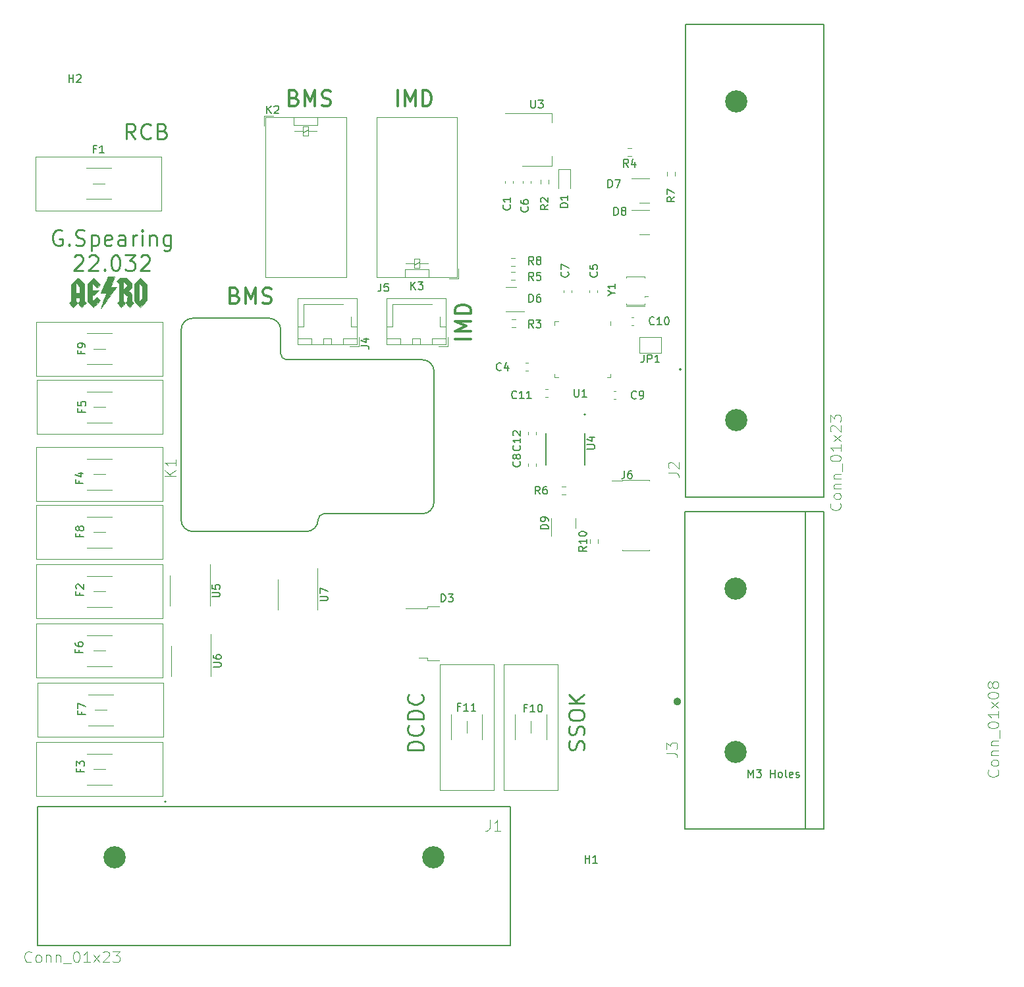
<source format=gbr>
%TF.GenerationSoftware,KiCad,Pcbnew,(6.0.1)*%
%TF.CreationDate,2022-02-14T12:03:47-05:00*%
%TF.ProjectId,rear-control-board,72656172-2d63-46f6-9e74-726f6c2d626f,rev?*%
%TF.SameCoordinates,Original*%
%TF.FileFunction,Legend,Top*%
%TF.FilePolarity,Positive*%
%FSLAX46Y46*%
G04 Gerber Fmt 4.6, Leading zero omitted, Abs format (unit mm)*
G04 Created by KiCad (PCBNEW (6.0.1)) date 2022-02-14 12:03:47*
%MOMM*%
%LPD*%
G01*
G04 APERTURE LIST*
%ADD10C,0.250000*%
%ADD11C,0.300000*%
%ADD12C,0.150000*%
%ADD13C,0.015000*%
%ADD14C,0.050000*%
%ADD15C,0.120000*%
%ADD16C,0.127000*%
%ADD17C,0.500000*%
%ADD18C,0.200000*%
%ADD19C,0.010000*%
%ADD20C,2.850000*%
G04 APERTURE END LIST*
D10*
X129379761Y-115226009D02*
X127379761Y-115226009D01*
X127379761Y-114749819D01*
X127475000Y-114464104D01*
X127665476Y-114273628D01*
X127855952Y-114178390D01*
X128236904Y-114083152D01*
X128522619Y-114083152D01*
X128903571Y-114178390D01*
X129094047Y-114273628D01*
X129284523Y-114464104D01*
X129379761Y-114749819D01*
X129379761Y-115226009D01*
X129189285Y-112083152D02*
X129284523Y-112178390D01*
X129379761Y-112464104D01*
X129379761Y-112654580D01*
X129284523Y-112940295D01*
X129094047Y-113130771D01*
X128903571Y-113226009D01*
X128522619Y-113321247D01*
X128236904Y-113321247D01*
X127855952Y-113226009D01*
X127665476Y-113130771D01*
X127475000Y-112940295D01*
X127379761Y-112654580D01*
X127379761Y-112464104D01*
X127475000Y-112178390D01*
X127570238Y-112083152D01*
X129379761Y-111226009D02*
X127379761Y-111226009D01*
X127379761Y-110749819D01*
X127475000Y-110464104D01*
X127665476Y-110273628D01*
X127855952Y-110178390D01*
X128236904Y-110083152D01*
X128522619Y-110083152D01*
X128903571Y-110178390D01*
X129094047Y-110273628D01*
X129284523Y-110464104D01*
X129379761Y-110749819D01*
X129379761Y-111226009D01*
X129189285Y-108083152D02*
X129284523Y-108178390D01*
X129379761Y-108464104D01*
X129379761Y-108654580D01*
X129284523Y-108940295D01*
X129094047Y-109130771D01*
X128903571Y-109226009D01*
X128522619Y-109321247D01*
X128236904Y-109321247D01*
X127855952Y-109226009D01*
X127665476Y-109130771D01*
X127475000Y-108940295D01*
X127379761Y-108654580D01*
X127379761Y-108464104D01*
X127475000Y-108178390D01*
X127570238Y-108083152D01*
D11*
X112806619Y-31346142D02*
X113092333Y-31441380D01*
X113187571Y-31536619D01*
X113282809Y-31727095D01*
X113282809Y-32012809D01*
X113187571Y-32203285D01*
X113092333Y-32298523D01*
X112901857Y-32393761D01*
X112139952Y-32393761D01*
X112139952Y-30393761D01*
X112806619Y-30393761D01*
X112997095Y-30489000D01*
X113092333Y-30584238D01*
X113187571Y-30774714D01*
X113187571Y-30965190D01*
X113092333Y-31155666D01*
X112997095Y-31250904D01*
X112806619Y-31346142D01*
X112139952Y-31346142D01*
X114139952Y-32393761D02*
X114139952Y-30393761D01*
X114806619Y-31822333D01*
X115473285Y-30393761D01*
X115473285Y-32393761D01*
X116330428Y-32298523D02*
X116616142Y-32393761D01*
X117092333Y-32393761D01*
X117282809Y-32298523D01*
X117378047Y-32203285D01*
X117473285Y-32012809D01*
X117473285Y-31822333D01*
X117378047Y-31631857D01*
X117282809Y-31536619D01*
X117092333Y-31441380D01*
X116711380Y-31346142D01*
X116520904Y-31250904D01*
X116425666Y-31155666D01*
X116330428Y-30965190D01*
X116330428Y-30774714D01*
X116425666Y-30584238D01*
X116520904Y-30489000D01*
X116711380Y-30393761D01*
X117187571Y-30393761D01*
X117473285Y-30489000D01*
D10*
X92346047Y-36655261D02*
X91679380Y-35702880D01*
X91203190Y-36655261D02*
X91203190Y-34655261D01*
X91965095Y-34655261D01*
X92155571Y-34750500D01*
X92250809Y-34845738D01*
X92346047Y-35036214D01*
X92346047Y-35321928D01*
X92250809Y-35512404D01*
X92155571Y-35607642D01*
X91965095Y-35702880D01*
X91203190Y-35702880D01*
X94346047Y-36464785D02*
X94250809Y-36560023D01*
X93965095Y-36655261D01*
X93774619Y-36655261D01*
X93488904Y-36560023D01*
X93298428Y-36369547D01*
X93203190Y-36179071D01*
X93107952Y-35798119D01*
X93107952Y-35512404D01*
X93203190Y-35131452D01*
X93298428Y-34940976D01*
X93488904Y-34750500D01*
X93774619Y-34655261D01*
X93965095Y-34655261D01*
X94250809Y-34750500D01*
X94346047Y-34845738D01*
X95869857Y-35607642D02*
X96155571Y-35702880D01*
X96250809Y-35798119D01*
X96346047Y-35988595D01*
X96346047Y-36274309D01*
X96250809Y-36464785D01*
X96155571Y-36560023D01*
X95965095Y-36655261D01*
X95203190Y-36655261D01*
X95203190Y-34655261D01*
X95869857Y-34655261D01*
X96060333Y-34750500D01*
X96155571Y-34845738D01*
X96250809Y-35036214D01*
X96250809Y-35226690D01*
X96155571Y-35417166D01*
X96060333Y-35512404D01*
X95869857Y-35607642D01*
X95203190Y-35607642D01*
X149985523Y-115197428D02*
X150080761Y-114911714D01*
X150080761Y-114435523D01*
X149985523Y-114245047D01*
X149890285Y-114149809D01*
X149699809Y-114054571D01*
X149509333Y-114054571D01*
X149318857Y-114149809D01*
X149223619Y-114245047D01*
X149128380Y-114435523D01*
X149033142Y-114816476D01*
X148937904Y-115006952D01*
X148842666Y-115102190D01*
X148652190Y-115197428D01*
X148461714Y-115197428D01*
X148271238Y-115102190D01*
X148176000Y-115006952D01*
X148080761Y-114816476D01*
X148080761Y-114340285D01*
X148176000Y-114054571D01*
X149985523Y-113292666D02*
X150080761Y-113006952D01*
X150080761Y-112530761D01*
X149985523Y-112340285D01*
X149890285Y-112245047D01*
X149699809Y-112149809D01*
X149509333Y-112149809D01*
X149318857Y-112245047D01*
X149223619Y-112340285D01*
X149128380Y-112530761D01*
X149033142Y-112911714D01*
X148937904Y-113102190D01*
X148842666Y-113197428D01*
X148652190Y-113292666D01*
X148461714Y-113292666D01*
X148271238Y-113197428D01*
X148176000Y-113102190D01*
X148080761Y-112911714D01*
X148080761Y-112435523D01*
X148176000Y-112149809D01*
X148080761Y-110911714D02*
X148080761Y-110530761D01*
X148176000Y-110340285D01*
X148366476Y-110149809D01*
X148747428Y-110054571D01*
X149414095Y-110054571D01*
X149795047Y-110149809D01*
X149985523Y-110340285D01*
X150080761Y-110530761D01*
X150080761Y-110911714D01*
X149985523Y-111102190D01*
X149795047Y-111292666D01*
X149414095Y-111387904D01*
X148747428Y-111387904D01*
X148366476Y-111292666D01*
X148176000Y-111102190D01*
X148080761Y-110911714D01*
X150080761Y-109197428D02*
X148080761Y-109197428D01*
X150080761Y-108054571D02*
X148937904Y-108911714D01*
X148080761Y-108054571D02*
X149223619Y-109197428D01*
D11*
X135475761Y-62333857D02*
X133475761Y-62333857D01*
X135475761Y-61381476D02*
X133475761Y-61381476D01*
X134904333Y-60714809D01*
X133475761Y-60048142D01*
X135475761Y-60048142D01*
X135475761Y-59095761D02*
X133475761Y-59095761D01*
X133475761Y-58619571D01*
X133571000Y-58333857D01*
X133761476Y-58143380D01*
X133951952Y-58048142D01*
X134332904Y-57952904D01*
X134618619Y-57952904D01*
X134999571Y-58048142D01*
X135190047Y-58143380D01*
X135380523Y-58333857D01*
X135475761Y-58619571D01*
X135475761Y-59095761D01*
X105186619Y-56746142D02*
X105472333Y-56841380D01*
X105567571Y-56936619D01*
X105662809Y-57127095D01*
X105662809Y-57412809D01*
X105567571Y-57603285D01*
X105472333Y-57698523D01*
X105281857Y-57793761D01*
X104519952Y-57793761D01*
X104519952Y-55793761D01*
X105186619Y-55793761D01*
X105377095Y-55889000D01*
X105472333Y-55984238D01*
X105567571Y-56174714D01*
X105567571Y-56365190D01*
X105472333Y-56555666D01*
X105377095Y-56650904D01*
X105186619Y-56746142D01*
X104519952Y-56746142D01*
X106519952Y-57793761D02*
X106519952Y-55793761D01*
X107186619Y-57222333D01*
X107853285Y-55793761D01*
X107853285Y-57793761D01*
X108710428Y-57698523D02*
X108996142Y-57793761D01*
X109472333Y-57793761D01*
X109662809Y-57698523D01*
X109758047Y-57603285D01*
X109853285Y-57412809D01*
X109853285Y-57222333D01*
X109758047Y-57031857D01*
X109662809Y-56936619D01*
X109472333Y-56841380D01*
X109091380Y-56746142D01*
X108900904Y-56650904D01*
X108805666Y-56555666D01*
X108710428Y-56365190D01*
X108710428Y-56174714D01*
X108805666Y-55984238D01*
X108900904Y-55889000D01*
X109091380Y-55793761D01*
X109567571Y-55793761D01*
X109853285Y-55889000D01*
D10*
X82882809Y-48437000D02*
X82692333Y-48341761D01*
X82406619Y-48341761D01*
X82120904Y-48437000D01*
X81930428Y-48627476D01*
X81835190Y-48817952D01*
X81739952Y-49198904D01*
X81739952Y-49484619D01*
X81835190Y-49865571D01*
X81930428Y-50056047D01*
X82120904Y-50246523D01*
X82406619Y-50341761D01*
X82597095Y-50341761D01*
X82882809Y-50246523D01*
X82978047Y-50151285D01*
X82978047Y-49484619D01*
X82597095Y-49484619D01*
X83835190Y-50151285D02*
X83930428Y-50246523D01*
X83835190Y-50341761D01*
X83739952Y-50246523D01*
X83835190Y-50151285D01*
X83835190Y-50341761D01*
X84692333Y-50246523D02*
X84978047Y-50341761D01*
X85454238Y-50341761D01*
X85644714Y-50246523D01*
X85739952Y-50151285D01*
X85835190Y-49960809D01*
X85835190Y-49770333D01*
X85739952Y-49579857D01*
X85644714Y-49484619D01*
X85454238Y-49389380D01*
X85073285Y-49294142D01*
X84882809Y-49198904D01*
X84787571Y-49103666D01*
X84692333Y-48913190D01*
X84692333Y-48722714D01*
X84787571Y-48532238D01*
X84882809Y-48437000D01*
X85073285Y-48341761D01*
X85549476Y-48341761D01*
X85835190Y-48437000D01*
X86692333Y-49008428D02*
X86692333Y-51008428D01*
X86692333Y-49103666D02*
X86882809Y-49008428D01*
X87263761Y-49008428D01*
X87454238Y-49103666D01*
X87549476Y-49198904D01*
X87644714Y-49389380D01*
X87644714Y-49960809D01*
X87549476Y-50151285D01*
X87454238Y-50246523D01*
X87263761Y-50341761D01*
X86882809Y-50341761D01*
X86692333Y-50246523D01*
X89263761Y-50246523D02*
X89073285Y-50341761D01*
X88692333Y-50341761D01*
X88501857Y-50246523D01*
X88406619Y-50056047D01*
X88406619Y-49294142D01*
X88501857Y-49103666D01*
X88692333Y-49008428D01*
X89073285Y-49008428D01*
X89263761Y-49103666D01*
X89359000Y-49294142D01*
X89359000Y-49484619D01*
X88406619Y-49675095D01*
X91073285Y-50341761D02*
X91073285Y-49294142D01*
X90978047Y-49103666D01*
X90787571Y-49008428D01*
X90406619Y-49008428D01*
X90216142Y-49103666D01*
X91073285Y-50246523D02*
X90882809Y-50341761D01*
X90406619Y-50341761D01*
X90216142Y-50246523D01*
X90120904Y-50056047D01*
X90120904Y-49865571D01*
X90216142Y-49675095D01*
X90406619Y-49579857D01*
X90882809Y-49579857D01*
X91073285Y-49484619D01*
X92025666Y-50341761D02*
X92025666Y-49008428D01*
X92025666Y-49389380D02*
X92120904Y-49198904D01*
X92216142Y-49103666D01*
X92406619Y-49008428D01*
X92597095Y-49008428D01*
X93263761Y-50341761D02*
X93263761Y-49008428D01*
X93263761Y-48341761D02*
X93168523Y-48437000D01*
X93263761Y-48532238D01*
X93359000Y-48437000D01*
X93263761Y-48341761D01*
X93263761Y-48532238D01*
X94216142Y-49008428D02*
X94216142Y-50341761D01*
X94216142Y-49198904D02*
X94311380Y-49103666D01*
X94501857Y-49008428D01*
X94787571Y-49008428D01*
X94978047Y-49103666D01*
X95073285Y-49294142D01*
X95073285Y-50341761D01*
X96882809Y-49008428D02*
X96882809Y-50627476D01*
X96787571Y-50817952D01*
X96692333Y-50913190D01*
X96501857Y-51008428D01*
X96216142Y-51008428D01*
X96025666Y-50913190D01*
X96882809Y-50246523D02*
X96692333Y-50341761D01*
X96311380Y-50341761D01*
X96120904Y-50246523D01*
X96025666Y-50151285D01*
X95930428Y-49960809D01*
X95930428Y-49389380D01*
X96025666Y-49198904D01*
X96120904Y-49103666D01*
X96311380Y-49008428D01*
X96692333Y-49008428D01*
X96882809Y-49103666D01*
X84501857Y-51752238D02*
X84597095Y-51657000D01*
X84787571Y-51561761D01*
X85263761Y-51561761D01*
X85454238Y-51657000D01*
X85549476Y-51752238D01*
X85644714Y-51942714D01*
X85644714Y-52133190D01*
X85549476Y-52418904D01*
X84406619Y-53561761D01*
X85644714Y-53561761D01*
X86406619Y-51752238D02*
X86501857Y-51657000D01*
X86692333Y-51561761D01*
X87168523Y-51561761D01*
X87359000Y-51657000D01*
X87454238Y-51752238D01*
X87549476Y-51942714D01*
X87549476Y-52133190D01*
X87454238Y-52418904D01*
X86311380Y-53561761D01*
X87549476Y-53561761D01*
X88406619Y-53371285D02*
X88501857Y-53466523D01*
X88406619Y-53561761D01*
X88311380Y-53466523D01*
X88406619Y-53371285D01*
X88406619Y-53561761D01*
X89739952Y-51561761D02*
X89930428Y-51561761D01*
X90120904Y-51657000D01*
X90216142Y-51752238D01*
X90311380Y-51942714D01*
X90406619Y-52323666D01*
X90406619Y-52799857D01*
X90311380Y-53180809D01*
X90216142Y-53371285D01*
X90120904Y-53466523D01*
X89930428Y-53561761D01*
X89739952Y-53561761D01*
X89549476Y-53466523D01*
X89454238Y-53371285D01*
X89359000Y-53180809D01*
X89263761Y-52799857D01*
X89263761Y-52323666D01*
X89359000Y-51942714D01*
X89454238Y-51752238D01*
X89549476Y-51657000D01*
X89739952Y-51561761D01*
X91073285Y-51561761D02*
X92311380Y-51561761D01*
X91644714Y-52323666D01*
X91930428Y-52323666D01*
X92120904Y-52418904D01*
X92216142Y-52514142D01*
X92311380Y-52704619D01*
X92311380Y-53180809D01*
X92216142Y-53371285D01*
X92120904Y-53466523D01*
X91930428Y-53561761D01*
X91359000Y-53561761D01*
X91168523Y-53466523D01*
X91073285Y-53371285D01*
X93073285Y-51752238D02*
X93168523Y-51657000D01*
X93359000Y-51561761D01*
X93835190Y-51561761D01*
X94025666Y-51657000D01*
X94120904Y-51752238D01*
X94216142Y-51942714D01*
X94216142Y-52133190D01*
X94120904Y-52418904D01*
X92978047Y-53561761D01*
X94216142Y-53561761D01*
D11*
X126078142Y-32393761D02*
X126078142Y-30393761D01*
X127030523Y-32393761D02*
X127030523Y-30393761D01*
X127697190Y-31822333D01*
X128363857Y-30393761D01*
X128363857Y-32393761D01*
X129316238Y-32393761D02*
X129316238Y-30393761D01*
X129792428Y-30393761D01*
X130078142Y-30489000D01*
X130268619Y-30679476D01*
X130363857Y-30869952D01*
X130459095Y-31250904D01*
X130459095Y-31536619D01*
X130363857Y-31917571D01*
X130268619Y-32108047D01*
X130078142Y-32298523D01*
X129792428Y-32393761D01*
X129316238Y-32393761D01*
D12*
X171160895Y-118727480D02*
X171160895Y-117727480D01*
X171494228Y-118441766D01*
X171827561Y-117727480D01*
X171827561Y-118727480D01*
X172208514Y-117727480D02*
X172827561Y-117727480D01*
X172494228Y-118108433D01*
X172637085Y-118108433D01*
X172732323Y-118156052D01*
X172779942Y-118203671D01*
X172827561Y-118298909D01*
X172827561Y-118537004D01*
X172779942Y-118632242D01*
X172732323Y-118679861D01*
X172637085Y-118727480D01*
X172351371Y-118727480D01*
X172256133Y-118679861D01*
X172208514Y-118632242D01*
X174018038Y-118727480D02*
X174018038Y-117727480D01*
X174018038Y-118203671D02*
X174589466Y-118203671D01*
X174589466Y-118727480D02*
X174589466Y-117727480D01*
X175208514Y-118727480D02*
X175113276Y-118679861D01*
X175065657Y-118632242D01*
X175018038Y-118537004D01*
X175018038Y-118251290D01*
X175065657Y-118156052D01*
X175113276Y-118108433D01*
X175208514Y-118060814D01*
X175351371Y-118060814D01*
X175446609Y-118108433D01*
X175494228Y-118156052D01*
X175541847Y-118251290D01*
X175541847Y-118537004D01*
X175494228Y-118632242D01*
X175446609Y-118679861D01*
X175351371Y-118727480D01*
X175208514Y-118727480D01*
X176113276Y-118727480D02*
X176018038Y-118679861D01*
X175970419Y-118584623D01*
X175970419Y-117727480D01*
X176875180Y-118679861D02*
X176779942Y-118727480D01*
X176589466Y-118727480D01*
X176494228Y-118679861D01*
X176446609Y-118584623D01*
X176446609Y-118203671D01*
X176494228Y-118108433D01*
X176589466Y-118060814D01*
X176779942Y-118060814D01*
X176875180Y-118108433D01*
X176922800Y-118203671D01*
X176922800Y-118298909D01*
X176446609Y-118394147D01*
X177303752Y-118679861D02*
X177398990Y-118727480D01*
X177589466Y-118727480D01*
X177684704Y-118679861D01*
X177732323Y-118584623D01*
X177732323Y-118537004D01*
X177684704Y-118441766D01*
X177589466Y-118394147D01*
X177446609Y-118394147D01*
X177351371Y-118346528D01*
X177303752Y-118251290D01*
X177303752Y-118203671D01*
X177351371Y-118108433D01*
X177446609Y-118060814D01*
X177589466Y-118060814D01*
X177684704Y-118108433D01*
%TO.C,F4*%
X85146571Y-80559233D02*
X85146571Y-80892566D01*
X85670380Y-80892566D02*
X84670380Y-80892566D01*
X84670380Y-80416376D01*
X85003714Y-79606852D02*
X85670380Y-79606852D01*
X84622761Y-79844947D02*
X85337047Y-80083042D01*
X85337047Y-79463995D01*
%TO.C,F3*%
X85298971Y-117694033D02*
X85298971Y-118027366D01*
X85822780Y-118027366D02*
X84822780Y-118027366D01*
X84822780Y-117551176D01*
X84822780Y-117265461D02*
X84822780Y-116646414D01*
X85203733Y-116979747D01*
X85203733Y-116836890D01*
X85251352Y-116741652D01*
X85298971Y-116694033D01*
X85394209Y-116646414D01*
X85632304Y-116646414D01*
X85727542Y-116694033D01*
X85775161Y-116741652D01*
X85822780Y-116836890D01*
X85822780Y-117122604D01*
X85775161Y-117217842D01*
X85727542Y-117265461D01*
%TO.C,F2*%
X85197371Y-94935633D02*
X85197371Y-95268966D01*
X85721180Y-95268966D02*
X84721180Y-95268966D01*
X84721180Y-94792776D01*
X84816419Y-94459442D02*
X84768800Y-94411823D01*
X84721180Y-94316585D01*
X84721180Y-94078490D01*
X84768800Y-93983252D01*
X84816419Y-93935633D01*
X84911657Y-93888014D01*
X85006895Y-93888014D01*
X85149752Y-93935633D01*
X85721180Y-94507061D01*
X85721180Y-93888014D01*
%TO.C,F10*%
X142675076Y-109801971D02*
X142341742Y-109801971D01*
X142341742Y-110325780D02*
X142341742Y-109325780D01*
X142817933Y-109325780D01*
X143722695Y-110325780D02*
X143151266Y-110325780D01*
X143436980Y-110325780D02*
X143436980Y-109325780D01*
X143341742Y-109468638D01*
X143246504Y-109563876D01*
X143151266Y-109611495D01*
X144341742Y-109325780D02*
X144436980Y-109325780D01*
X144532219Y-109373400D01*
X144579838Y-109421019D01*
X144627457Y-109516257D01*
X144675076Y-109706733D01*
X144675076Y-109944828D01*
X144627457Y-110135304D01*
X144579838Y-110230542D01*
X144532219Y-110278161D01*
X144436980Y-110325780D01*
X144341742Y-110325780D01*
X144246504Y-110278161D01*
X144198885Y-110230542D01*
X144151266Y-110135304D01*
X144103647Y-109944828D01*
X144103647Y-109706733D01*
X144151266Y-109516257D01*
X144198885Y-109421019D01*
X144246504Y-109373400D01*
X144341742Y-109325780D01*
%TO.C,F5*%
X85451371Y-71422733D02*
X85451371Y-71756066D01*
X85975180Y-71756066D02*
X84975180Y-71756066D01*
X84975180Y-71279876D01*
X84975180Y-70422733D02*
X84975180Y-70898923D01*
X85451371Y-70946542D01*
X85403752Y-70898923D01*
X85356133Y-70803685D01*
X85356133Y-70565590D01*
X85403752Y-70470352D01*
X85451371Y-70422733D01*
X85546609Y-70375114D01*
X85784704Y-70375114D01*
X85879942Y-70422733D01*
X85927561Y-70470352D01*
X85975180Y-70565590D01*
X85975180Y-70803685D01*
X85927561Y-70898923D01*
X85879942Y-70946542D01*
%TO.C,F9*%
X85400571Y-63929733D02*
X85400571Y-64263066D01*
X85924380Y-64263066D02*
X84924380Y-64263066D01*
X84924380Y-63786876D01*
X85924380Y-63358304D02*
X85924380Y-63167828D01*
X85876761Y-63072590D01*
X85829142Y-63024971D01*
X85686285Y-62929733D01*
X85495809Y-62882114D01*
X85114857Y-62882114D01*
X85019619Y-62929733D01*
X84972000Y-62977352D01*
X84924380Y-63072590D01*
X84924380Y-63263066D01*
X84972000Y-63358304D01*
X85019619Y-63405923D01*
X85114857Y-63453542D01*
X85352952Y-63453542D01*
X85448190Y-63405923D01*
X85495809Y-63358304D01*
X85543428Y-63263066D01*
X85543428Y-63072590D01*
X85495809Y-62977352D01*
X85448190Y-62929733D01*
X85352952Y-62882114D01*
%TO.C,F7*%
X85451371Y-110277233D02*
X85451371Y-110610566D01*
X85975180Y-110610566D02*
X84975180Y-110610566D01*
X84975180Y-110134376D01*
X84975180Y-109848661D02*
X84975180Y-109181995D01*
X85975180Y-109610566D01*
D13*
%TO.C,K1*%
X97561943Y-79995602D02*
X96161037Y-79995602D01*
X97561943Y-79195084D02*
X96761425Y-79795472D01*
X96161037Y-79195084D02*
X96961554Y-79995602D01*
X97561943Y-77860888D02*
X97561943Y-78661405D01*
X97561943Y-78261147D02*
X96161037Y-78261147D01*
X96361166Y-78394566D01*
X96494586Y-78527986D01*
X96561296Y-78661405D01*
D12*
%TO.C,D3*%
X131673904Y-96148380D02*
X131673904Y-95148380D01*
X131912000Y-95148380D01*
X132054857Y-95196000D01*
X132150095Y-95291238D01*
X132197714Y-95386476D01*
X132245333Y-95576952D01*
X132245333Y-95719809D01*
X132197714Y-95910285D01*
X132150095Y-96005523D01*
X132054857Y-96100761D01*
X131912000Y-96148380D01*
X131673904Y-96148380D01*
X132578666Y-95148380D02*
X133197714Y-95148380D01*
X132864380Y-95529333D01*
X133007238Y-95529333D01*
X133102476Y-95576952D01*
X133150095Y-95624571D01*
X133197714Y-95719809D01*
X133197714Y-95957904D01*
X133150095Y-96053142D01*
X133102476Y-96100761D01*
X133007238Y-96148380D01*
X132721523Y-96148380D01*
X132626285Y-96100761D01*
X132578666Y-96053142D01*
%TO.C,D1*%
X147977380Y-45435095D02*
X146977380Y-45435095D01*
X146977380Y-45197000D01*
X147025000Y-45054142D01*
X147120238Y-44958904D01*
X147215476Y-44911285D01*
X147405952Y-44863666D01*
X147548809Y-44863666D01*
X147739285Y-44911285D01*
X147834523Y-44958904D01*
X147929761Y-45054142D01*
X147977380Y-45197000D01*
X147977380Y-45435095D01*
X147977380Y-43911285D02*
X147977380Y-44482714D01*
X147977380Y-44197000D02*
X146977380Y-44197000D01*
X147120238Y-44292238D01*
X147215476Y-44387476D01*
X147263095Y-44482714D01*
%TO.C,J4*%
X121399580Y-63233733D02*
X122113866Y-63233733D01*
X122256723Y-63281352D01*
X122351961Y-63376590D01*
X122399580Y-63519447D01*
X122399580Y-63614685D01*
X121732914Y-62328971D02*
X122399580Y-62328971D01*
X121351961Y-62567066D02*
X122066247Y-62805161D01*
X122066247Y-62186114D01*
%TO.C,U1*%
X148795095Y-68787380D02*
X148795095Y-69596904D01*
X148842714Y-69692142D01*
X148890333Y-69739761D01*
X148985571Y-69787380D01*
X149176047Y-69787380D01*
X149271285Y-69739761D01*
X149318904Y-69692142D01*
X149366523Y-69596904D01*
X149366523Y-68787380D01*
X150366523Y-69787380D02*
X149795095Y-69787380D01*
X150080809Y-69787380D02*
X150080809Y-68787380D01*
X149985571Y-68930238D01*
X149890333Y-69025476D01*
X149795095Y-69073095D01*
%TO.C,U3*%
X143207095Y-31648380D02*
X143207095Y-32457904D01*
X143254714Y-32553142D01*
X143302333Y-32600761D01*
X143397571Y-32648380D01*
X143588047Y-32648380D01*
X143683285Y-32600761D01*
X143730904Y-32553142D01*
X143778523Y-32457904D01*
X143778523Y-31648380D01*
X144159476Y-31648380D02*
X144778523Y-31648380D01*
X144445190Y-32029333D01*
X144588047Y-32029333D01*
X144683285Y-32076952D01*
X144730904Y-32124571D01*
X144778523Y-32219809D01*
X144778523Y-32457904D01*
X144730904Y-32553142D01*
X144683285Y-32600761D01*
X144588047Y-32648380D01*
X144302333Y-32648380D01*
X144207095Y-32600761D01*
X144159476Y-32553142D01*
%TO.C,Y1*%
X153597190Y-56476190D02*
X154073380Y-56476190D01*
X153073380Y-56809523D02*
X153597190Y-56476190D01*
X153073380Y-56142857D01*
X154073380Y-55285714D02*
X154073380Y-55857142D01*
X154073380Y-55571428D02*
X153073380Y-55571428D01*
X153216238Y-55666666D01*
X153311476Y-55761904D01*
X153359095Y-55857142D01*
%TO.C,K2*%
X109261204Y-33365380D02*
X109261204Y-32365380D01*
X109832633Y-33365380D02*
X109404061Y-32793952D01*
X109832633Y-32365380D02*
X109261204Y-32936809D01*
X110213585Y-32460619D02*
X110261204Y-32413000D01*
X110356442Y-32365380D01*
X110594538Y-32365380D01*
X110689776Y-32413000D01*
X110737395Y-32460619D01*
X110785014Y-32555857D01*
X110785014Y-32651095D01*
X110737395Y-32793952D01*
X110165966Y-33365380D01*
X110785014Y-33365380D01*
%TO.C,F1*%
X87297666Y-37913071D02*
X86964333Y-37913071D01*
X86964333Y-38436880D02*
X86964333Y-37436880D01*
X87440523Y-37436880D01*
X88345285Y-38436880D02*
X87773857Y-38436880D01*
X88059571Y-38436880D02*
X88059571Y-37436880D01*
X87964333Y-37579738D01*
X87869095Y-37674976D01*
X87773857Y-37722595D01*
%TO.C,F6*%
X85095771Y-102352433D02*
X85095771Y-102685766D01*
X85619580Y-102685766D02*
X84619580Y-102685766D01*
X84619580Y-102209576D01*
X84619580Y-101400052D02*
X84619580Y-101590528D01*
X84667200Y-101685766D01*
X84714819Y-101733385D01*
X84857676Y-101828623D01*
X85048152Y-101876242D01*
X85429104Y-101876242D01*
X85524342Y-101828623D01*
X85571961Y-101781004D01*
X85619580Y-101685766D01*
X85619580Y-101495290D01*
X85571961Y-101400052D01*
X85524342Y-101352433D01*
X85429104Y-101304814D01*
X85191009Y-101304814D01*
X85095771Y-101352433D01*
X85048152Y-101400052D01*
X85000533Y-101495290D01*
X85000533Y-101685766D01*
X85048152Y-101781004D01*
X85095771Y-101828623D01*
X85191009Y-101876242D01*
D14*
%TO.C,J3*%
X160635169Y-115632336D02*
X161635748Y-115632336D01*
X161835864Y-115699041D01*
X161969274Y-115832452D01*
X162035979Y-116032568D01*
X162035979Y-116165978D01*
X160635169Y-115098694D02*
X160635169Y-114231526D01*
X161168811Y-114698463D01*
X161168811Y-114498347D01*
X161235516Y-114364937D01*
X161302222Y-114298231D01*
X161435632Y-114231526D01*
X161769158Y-114231526D01*
X161902569Y-114298231D01*
X161969274Y-114364937D01*
X162035979Y-114498347D01*
X162035979Y-114898579D01*
X161969274Y-115031989D01*
X161902569Y-115098694D01*
X203213135Y-117775150D02*
X203279913Y-117841928D01*
X203346691Y-118042262D01*
X203346691Y-118175819D01*
X203279913Y-118376153D01*
X203146357Y-118509709D01*
X203012801Y-118576487D01*
X202745689Y-118643265D01*
X202545354Y-118643265D01*
X202278242Y-118576487D01*
X202144686Y-118509709D01*
X202011130Y-118376153D01*
X201944351Y-118175819D01*
X201944351Y-118042262D01*
X202011130Y-117841928D01*
X202077908Y-117775150D01*
X203346691Y-116973813D02*
X203279913Y-117107369D01*
X203213135Y-117174147D01*
X203079579Y-117240925D01*
X202678910Y-117240925D01*
X202545354Y-117174147D01*
X202478576Y-117107369D01*
X202411798Y-116973813D01*
X202411798Y-116773479D01*
X202478576Y-116639922D01*
X202545354Y-116573144D01*
X202678910Y-116506366D01*
X203079579Y-116506366D01*
X203213135Y-116573144D01*
X203279913Y-116639922D01*
X203346691Y-116773479D01*
X203346691Y-116973813D01*
X202411798Y-115905363D02*
X203346691Y-115905363D01*
X202545354Y-115905363D02*
X202478576Y-115838585D01*
X202411798Y-115705029D01*
X202411798Y-115504695D01*
X202478576Y-115371139D01*
X202612132Y-115304360D01*
X203346691Y-115304360D01*
X202411798Y-114636580D02*
X203346691Y-114636580D01*
X202545354Y-114636580D02*
X202478576Y-114569801D01*
X202411798Y-114436245D01*
X202411798Y-114235911D01*
X202478576Y-114102355D01*
X202612132Y-114035577D01*
X203346691Y-114035577D01*
X203480248Y-113701686D02*
X203480248Y-112633237D01*
X201944351Y-112032234D02*
X201944351Y-111898678D01*
X202011130Y-111765121D01*
X202077908Y-111698343D01*
X202211464Y-111631565D01*
X202478576Y-111564787D01*
X202812467Y-111564787D01*
X203079579Y-111631565D01*
X203213135Y-111698343D01*
X203279913Y-111765121D01*
X203346691Y-111898678D01*
X203346691Y-112032234D01*
X203279913Y-112165790D01*
X203213135Y-112232568D01*
X203079579Y-112299346D01*
X202812467Y-112366124D01*
X202478576Y-112366124D01*
X202211464Y-112299346D01*
X202077908Y-112232568D01*
X202011130Y-112165790D01*
X201944351Y-112032234D01*
X203346691Y-110229225D02*
X203346691Y-111030562D01*
X203346691Y-110629894D02*
X201944351Y-110629894D01*
X202144686Y-110763450D01*
X202278242Y-110897006D01*
X202345020Y-111030562D01*
X203346691Y-109761779D02*
X202411798Y-109027220D01*
X202411798Y-109761779D02*
X203346691Y-109027220D01*
X201944351Y-108225882D02*
X201944351Y-108092326D01*
X202011130Y-107958770D01*
X202077908Y-107891992D01*
X202211464Y-107825214D01*
X202478576Y-107758436D01*
X202812467Y-107758436D01*
X203079579Y-107825214D01*
X203213135Y-107891992D01*
X203279913Y-107958770D01*
X203346691Y-108092326D01*
X203346691Y-108225882D01*
X203279913Y-108359439D01*
X203213135Y-108426217D01*
X203079579Y-108492995D01*
X202812467Y-108559773D01*
X202478576Y-108559773D01*
X202211464Y-108492995D01*
X202077908Y-108426217D01*
X202011130Y-108359439D01*
X201944351Y-108225882D01*
X202545354Y-106957099D02*
X202478576Y-107090655D01*
X202411798Y-107157433D01*
X202278242Y-107224211D01*
X202211464Y-107224211D01*
X202077908Y-107157433D01*
X202011130Y-107090655D01*
X201944351Y-106957099D01*
X201944351Y-106689986D01*
X202011130Y-106556430D01*
X202077908Y-106489652D01*
X202211464Y-106422874D01*
X202278242Y-106422874D01*
X202411798Y-106489652D01*
X202478576Y-106556430D01*
X202545354Y-106689986D01*
X202545354Y-106957099D01*
X202612132Y-107090655D01*
X202678910Y-107157433D01*
X202812467Y-107224211D01*
X203079579Y-107224211D01*
X203213135Y-107157433D01*
X203279913Y-107090655D01*
X203346691Y-106957099D01*
X203346691Y-106689986D01*
X203279913Y-106556430D01*
X203213135Y-106489652D01*
X203079579Y-106422874D01*
X202812467Y-106422874D01*
X202678910Y-106489652D01*
X202612132Y-106556430D01*
X202545354Y-106689986D01*
D12*
%TO.C,F11*%
X134117076Y-109649571D02*
X133783742Y-109649571D01*
X133783742Y-110173380D02*
X133783742Y-109173380D01*
X134259933Y-109173380D01*
X135164695Y-110173380D02*
X134593266Y-110173380D01*
X134878980Y-110173380D02*
X134878980Y-109173380D01*
X134783742Y-109316238D01*
X134688504Y-109411476D01*
X134593266Y-109459095D01*
X136117076Y-110173380D02*
X135545647Y-110173380D01*
X135831361Y-110173380D02*
X135831361Y-109173380D01*
X135736123Y-109316238D01*
X135640885Y-109411476D01*
X135545647Y-109459095D01*
%TO.C,F8*%
X85197371Y-87468033D02*
X85197371Y-87801366D01*
X85721180Y-87801366D02*
X84721180Y-87801366D01*
X84721180Y-87325176D01*
X85149752Y-86801366D02*
X85102133Y-86896604D01*
X85054514Y-86944223D01*
X84959276Y-86991842D01*
X84911657Y-86991842D01*
X84816419Y-86944223D01*
X84768800Y-86896604D01*
X84721180Y-86801366D01*
X84721180Y-86610890D01*
X84768800Y-86515652D01*
X84816419Y-86468033D01*
X84911657Y-86420414D01*
X84959276Y-86420414D01*
X85054514Y-86468033D01*
X85102133Y-86515652D01*
X85149752Y-86610890D01*
X85149752Y-86801366D01*
X85197371Y-86896604D01*
X85244990Y-86944223D01*
X85340228Y-86991842D01*
X85530704Y-86991842D01*
X85625942Y-86944223D01*
X85673561Y-86896604D01*
X85721180Y-86801366D01*
X85721180Y-86610890D01*
X85673561Y-86515652D01*
X85625942Y-86468033D01*
X85530704Y-86420414D01*
X85340228Y-86420414D01*
X85244990Y-86468033D01*
X85197371Y-86515652D01*
X85149752Y-86610890D01*
%TO.C,C9*%
X156756333Y-69946142D02*
X156708714Y-69993761D01*
X156565857Y-70041380D01*
X156470619Y-70041380D01*
X156327761Y-69993761D01*
X156232523Y-69898523D01*
X156184904Y-69803285D01*
X156137285Y-69612809D01*
X156137285Y-69469952D01*
X156184904Y-69279476D01*
X156232523Y-69184238D01*
X156327761Y-69089000D01*
X156470619Y-69041380D01*
X156565857Y-69041380D01*
X156708714Y-69089000D01*
X156756333Y-69136619D01*
X157232523Y-70041380D02*
X157423000Y-70041380D01*
X157518238Y-69993761D01*
X157565857Y-69946142D01*
X157661095Y-69803285D01*
X157708714Y-69612809D01*
X157708714Y-69231857D01*
X157661095Y-69136619D01*
X157613476Y-69089000D01*
X157518238Y-69041380D01*
X157327761Y-69041380D01*
X157232523Y-69089000D01*
X157184904Y-69136619D01*
X157137285Y-69231857D01*
X157137285Y-69469952D01*
X157184904Y-69565190D01*
X157232523Y-69612809D01*
X157327761Y-69660428D01*
X157518238Y-69660428D01*
X157613476Y-69612809D01*
X157661095Y-69565190D01*
X157708714Y-69469952D01*
%TO.C,C10*%
X159074142Y-60421142D02*
X159026523Y-60468761D01*
X158883666Y-60516380D01*
X158788428Y-60516380D01*
X158645571Y-60468761D01*
X158550333Y-60373523D01*
X158502714Y-60278285D01*
X158455095Y-60087809D01*
X158455095Y-59944952D01*
X158502714Y-59754476D01*
X158550333Y-59659238D01*
X158645571Y-59564000D01*
X158788428Y-59516380D01*
X158883666Y-59516380D01*
X159026523Y-59564000D01*
X159074142Y-59611619D01*
X160026523Y-60516380D02*
X159455095Y-60516380D01*
X159740809Y-60516380D02*
X159740809Y-59516380D01*
X159645571Y-59659238D01*
X159550333Y-59754476D01*
X159455095Y-59802095D01*
X160645571Y-59516380D02*
X160740809Y-59516380D01*
X160836047Y-59564000D01*
X160883666Y-59611619D01*
X160931285Y-59706857D01*
X160978904Y-59897333D01*
X160978904Y-60135428D01*
X160931285Y-60325904D01*
X160883666Y-60421142D01*
X160836047Y-60468761D01*
X160740809Y-60516380D01*
X160645571Y-60516380D01*
X160550333Y-60468761D01*
X160502714Y-60421142D01*
X160455095Y-60325904D01*
X160407476Y-60135428D01*
X160407476Y-59897333D01*
X160455095Y-59706857D01*
X160502714Y-59611619D01*
X160550333Y-59564000D01*
X160645571Y-59516380D01*
%TO.C,C11*%
X141370342Y-69920742D02*
X141322723Y-69968361D01*
X141179866Y-70015980D01*
X141084628Y-70015980D01*
X140941771Y-69968361D01*
X140846533Y-69873123D01*
X140798914Y-69777885D01*
X140751295Y-69587409D01*
X140751295Y-69444552D01*
X140798914Y-69254076D01*
X140846533Y-69158838D01*
X140941771Y-69063600D01*
X141084628Y-69015980D01*
X141179866Y-69015980D01*
X141322723Y-69063600D01*
X141370342Y-69111219D01*
X142322723Y-70015980D02*
X141751295Y-70015980D01*
X142037009Y-70015980D02*
X142037009Y-69015980D01*
X141941771Y-69158838D01*
X141846533Y-69254076D01*
X141751295Y-69301695D01*
X143275104Y-70015980D02*
X142703676Y-70015980D01*
X142989390Y-70015980D02*
X142989390Y-69015980D01*
X142894152Y-69158838D01*
X142798914Y-69254076D01*
X142703676Y-69301695D01*
%TO.C,C12*%
X141786142Y-76073857D02*
X141833761Y-76121476D01*
X141881380Y-76264333D01*
X141881380Y-76359571D01*
X141833761Y-76502428D01*
X141738523Y-76597666D01*
X141643285Y-76645285D01*
X141452809Y-76692904D01*
X141309952Y-76692904D01*
X141119476Y-76645285D01*
X141024238Y-76597666D01*
X140929000Y-76502428D01*
X140881380Y-76359571D01*
X140881380Y-76264333D01*
X140929000Y-76121476D01*
X140976619Y-76073857D01*
X141881380Y-75121476D02*
X141881380Y-75692904D01*
X141881380Y-75407190D02*
X140881380Y-75407190D01*
X141024238Y-75502428D01*
X141119476Y-75597666D01*
X141167095Y-75692904D01*
X140976619Y-74740523D02*
X140929000Y-74692904D01*
X140881380Y-74597666D01*
X140881380Y-74359571D01*
X140929000Y-74264333D01*
X140976619Y-74216714D01*
X141071857Y-74169095D01*
X141167095Y-74169095D01*
X141309952Y-74216714D01*
X141881380Y-74788142D01*
X141881380Y-74169095D01*
%TO.C,R3*%
X143548333Y-60897380D02*
X143215000Y-60421190D01*
X142976904Y-60897380D02*
X142976904Y-59897380D01*
X143357857Y-59897380D01*
X143453095Y-59945000D01*
X143500714Y-59992619D01*
X143548333Y-60087857D01*
X143548333Y-60230714D01*
X143500714Y-60325952D01*
X143453095Y-60373571D01*
X143357857Y-60421190D01*
X142976904Y-60421190D01*
X143881666Y-59897380D02*
X144500714Y-59897380D01*
X144167380Y-60278333D01*
X144310238Y-60278333D01*
X144405476Y-60325952D01*
X144453095Y-60373571D01*
X144500714Y-60468809D01*
X144500714Y-60706904D01*
X144453095Y-60802142D01*
X144405476Y-60849761D01*
X144310238Y-60897380D01*
X144024523Y-60897380D01*
X143929285Y-60849761D01*
X143881666Y-60802142D01*
%TO.C,R2*%
X145437380Y-45117666D02*
X144961190Y-45451000D01*
X145437380Y-45689095D02*
X144437380Y-45689095D01*
X144437380Y-45308142D01*
X144485000Y-45212904D01*
X144532619Y-45165285D01*
X144627857Y-45117666D01*
X144770714Y-45117666D01*
X144865952Y-45165285D01*
X144913571Y-45212904D01*
X144961190Y-45308142D01*
X144961190Y-45689095D01*
X144532619Y-44736714D02*
X144485000Y-44689095D01*
X144437380Y-44593857D01*
X144437380Y-44355761D01*
X144485000Y-44260523D01*
X144532619Y-44212904D01*
X144627857Y-44165285D01*
X144723095Y-44165285D01*
X144865952Y-44212904D01*
X145437380Y-44784333D01*
X145437380Y-44165285D01*
%TO.C,C5*%
X151692142Y-53753666D02*
X151739761Y-53801285D01*
X151787380Y-53944142D01*
X151787380Y-54039380D01*
X151739761Y-54182238D01*
X151644523Y-54277476D01*
X151549285Y-54325095D01*
X151358809Y-54372714D01*
X151215952Y-54372714D01*
X151025476Y-54325095D01*
X150930238Y-54277476D01*
X150835000Y-54182238D01*
X150787380Y-54039380D01*
X150787380Y-53944142D01*
X150835000Y-53801285D01*
X150882619Y-53753666D01*
X150787380Y-52848904D02*
X150787380Y-53325095D01*
X151263571Y-53372714D01*
X151215952Y-53325095D01*
X151168333Y-53229857D01*
X151168333Y-52991761D01*
X151215952Y-52896523D01*
X151263571Y-52848904D01*
X151358809Y-52801285D01*
X151596904Y-52801285D01*
X151692142Y-52848904D01*
X151739761Y-52896523D01*
X151787380Y-52991761D01*
X151787380Y-53229857D01*
X151739761Y-53325095D01*
X151692142Y-53372714D01*
%TO.C,C7*%
X147983742Y-53753666D02*
X148031361Y-53801285D01*
X148078980Y-53944142D01*
X148078980Y-54039380D01*
X148031361Y-54182238D01*
X147936123Y-54277476D01*
X147840885Y-54325095D01*
X147650409Y-54372714D01*
X147507552Y-54372714D01*
X147317076Y-54325095D01*
X147221838Y-54277476D01*
X147126600Y-54182238D01*
X147078980Y-54039380D01*
X147078980Y-53944142D01*
X147126600Y-53801285D01*
X147174219Y-53753666D01*
X147078980Y-53420333D02*
X147078980Y-52753666D01*
X148078980Y-53182238D01*
%TO.C,C4*%
X139408133Y-66313942D02*
X139360514Y-66361561D01*
X139217657Y-66409180D01*
X139122419Y-66409180D01*
X138979561Y-66361561D01*
X138884323Y-66266323D01*
X138836704Y-66171085D01*
X138789085Y-65980609D01*
X138789085Y-65837752D01*
X138836704Y-65647276D01*
X138884323Y-65552038D01*
X138979561Y-65456800D01*
X139122419Y-65409180D01*
X139217657Y-65409180D01*
X139360514Y-65456800D01*
X139408133Y-65504419D01*
X140265276Y-65742514D02*
X140265276Y-66409180D01*
X140027180Y-65361561D02*
X139789085Y-66075847D01*
X140408133Y-66075847D01*
%TO.C,R5*%
X143548333Y-54801380D02*
X143215000Y-54325190D01*
X142976904Y-54801380D02*
X142976904Y-53801380D01*
X143357857Y-53801380D01*
X143453095Y-53849000D01*
X143500714Y-53896619D01*
X143548333Y-53991857D01*
X143548333Y-54134714D01*
X143500714Y-54229952D01*
X143453095Y-54277571D01*
X143357857Y-54325190D01*
X142976904Y-54325190D01*
X144453095Y-53801380D02*
X143976904Y-53801380D01*
X143929285Y-54277571D01*
X143976904Y-54229952D01*
X144072142Y-54182333D01*
X144310238Y-54182333D01*
X144405476Y-54229952D01*
X144453095Y-54277571D01*
X144500714Y-54372809D01*
X144500714Y-54610904D01*
X144453095Y-54706142D01*
X144405476Y-54753761D01*
X144310238Y-54801380D01*
X144072142Y-54801380D01*
X143976904Y-54753761D01*
X143929285Y-54706142D01*
%TO.C,R6*%
X144386533Y-82298380D02*
X144053200Y-81822190D01*
X143815104Y-82298380D02*
X143815104Y-81298380D01*
X144196057Y-81298380D01*
X144291295Y-81346000D01*
X144338914Y-81393619D01*
X144386533Y-81488857D01*
X144386533Y-81631714D01*
X144338914Y-81726952D01*
X144291295Y-81774571D01*
X144196057Y-81822190D01*
X143815104Y-81822190D01*
X145243676Y-81298380D02*
X145053200Y-81298380D01*
X144957961Y-81346000D01*
X144910342Y-81393619D01*
X144815104Y-81536476D01*
X144767485Y-81726952D01*
X144767485Y-82107904D01*
X144815104Y-82203142D01*
X144862723Y-82250761D01*
X144957961Y-82298380D01*
X145148438Y-82298380D01*
X145243676Y-82250761D01*
X145291295Y-82203142D01*
X145338914Y-82107904D01*
X145338914Y-81869809D01*
X145291295Y-81774571D01*
X145243676Y-81726952D01*
X145148438Y-81679333D01*
X144957961Y-81679333D01*
X144862723Y-81726952D01*
X144815104Y-81774571D01*
X144767485Y-81869809D01*
%TO.C,U4*%
X150436380Y-76478904D02*
X151245904Y-76478904D01*
X151341142Y-76431285D01*
X151388761Y-76383666D01*
X151436380Y-76288428D01*
X151436380Y-76097952D01*
X151388761Y-76002714D01*
X151341142Y-75955095D01*
X151245904Y-75907476D01*
X150436380Y-75907476D01*
X150769714Y-75002714D02*
X151436380Y-75002714D01*
X150388761Y-75240809D02*
X151103047Y-75478904D01*
X151103047Y-74859857D01*
%TO.C,J6*%
X155242666Y-79292880D02*
X155242666Y-80007166D01*
X155195047Y-80150023D01*
X155099809Y-80245261D01*
X154956952Y-80292880D01*
X154861714Y-80292880D01*
X156147428Y-79292880D02*
X155956952Y-79292880D01*
X155861714Y-79340500D01*
X155814095Y-79388119D01*
X155718857Y-79530976D01*
X155671238Y-79721452D01*
X155671238Y-80102404D01*
X155718857Y-80197642D01*
X155766476Y-80245261D01*
X155861714Y-80292880D01*
X156052190Y-80292880D01*
X156147428Y-80245261D01*
X156195047Y-80197642D01*
X156242666Y-80102404D01*
X156242666Y-79864309D01*
X156195047Y-79769071D01*
X156147428Y-79721452D01*
X156052190Y-79673833D01*
X155861714Y-79673833D01*
X155766476Y-79721452D01*
X155718857Y-79769071D01*
X155671238Y-79864309D01*
%TO.C,J5*%
X123930666Y-55215380D02*
X123930666Y-55929666D01*
X123883047Y-56072523D01*
X123787809Y-56167761D01*
X123644952Y-56215380D01*
X123549714Y-56215380D01*
X124883047Y-55215380D02*
X124406857Y-55215380D01*
X124359238Y-55691571D01*
X124406857Y-55643952D01*
X124502095Y-55596333D01*
X124740190Y-55596333D01*
X124835428Y-55643952D01*
X124883047Y-55691571D01*
X124930666Y-55786809D01*
X124930666Y-56024904D01*
X124883047Y-56120142D01*
X124835428Y-56167761D01*
X124740190Y-56215380D01*
X124502095Y-56215380D01*
X124406857Y-56167761D01*
X124359238Y-56120142D01*
D14*
%TO.C,J2*%
X160858196Y-79582566D02*
X161859053Y-79582566D01*
X162059224Y-79649290D01*
X162192672Y-79782738D01*
X162259396Y-79982909D01*
X162259396Y-80116357D01*
X160991643Y-78982052D02*
X160924920Y-78915328D01*
X160858196Y-78781880D01*
X160858196Y-78448261D01*
X160924920Y-78314814D01*
X160991643Y-78248090D01*
X161125091Y-78181366D01*
X161258539Y-78181366D01*
X161458710Y-78248090D01*
X162259396Y-79048776D01*
X162259396Y-78181366D01*
X182956689Y-83475994D02*
X183023461Y-83542766D01*
X183090233Y-83743082D01*
X183090233Y-83876625D01*
X183023461Y-84076941D01*
X182889917Y-84210485D01*
X182756373Y-84277257D01*
X182489285Y-84344029D01*
X182288970Y-84344029D01*
X182021882Y-84277257D01*
X181888338Y-84210485D01*
X181754795Y-84076941D01*
X181688023Y-83876625D01*
X181688023Y-83743082D01*
X181754795Y-83542766D01*
X181821566Y-83475994D01*
X183090233Y-82674731D02*
X183023461Y-82808275D01*
X182956689Y-82875047D01*
X182823145Y-82941819D01*
X182422514Y-82941819D01*
X182288970Y-82875047D01*
X182222198Y-82808275D01*
X182155426Y-82674731D01*
X182155426Y-82474415D01*
X182222198Y-82340872D01*
X182288970Y-82274100D01*
X182422514Y-82207328D01*
X182823145Y-82207328D01*
X182956689Y-82274100D01*
X183023461Y-82340872D01*
X183090233Y-82474415D01*
X183090233Y-82674731D01*
X182155426Y-81606381D02*
X183090233Y-81606381D01*
X182288970Y-81606381D02*
X182222198Y-81539609D01*
X182155426Y-81406065D01*
X182155426Y-81205749D01*
X182222198Y-81072205D01*
X182355742Y-81005434D01*
X183090233Y-81005434D01*
X182155426Y-80337715D02*
X183090233Y-80337715D01*
X182288970Y-80337715D02*
X182222198Y-80270943D01*
X182155426Y-80137399D01*
X182155426Y-79937083D01*
X182222198Y-79803539D01*
X182355742Y-79736767D01*
X183090233Y-79736767D01*
X183223776Y-79402908D02*
X183223776Y-78334557D01*
X181688023Y-77733610D02*
X181688023Y-77600066D01*
X181754795Y-77466523D01*
X181821566Y-77399751D01*
X181955110Y-77332979D01*
X182222198Y-77266207D01*
X182556057Y-77266207D01*
X182823145Y-77332979D01*
X182956689Y-77399751D01*
X183023461Y-77466523D01*
X183090233Y-77600066D01*
X183090233Y-77733610D01*
X183023461Y-77867154D01*
X182956689Y-77933926D01*
X182823145Y-78000698D01*
X182556057Y-78067470D01*
X182222198Y-78067470D01*
X181955110Y-78000698D01*
X181821566Y-77933926D01*
X181754795Y-77867154D01*
X181688023Y-77733610D01*
X183090233Y-75930769D02*
X183090233Y-76732032D01*
X183090233Y-76331400D02*
X181688023Y-76331400D01*
X181888338Y-76464944D01*
X182021882Y-76598488D01*
X182088654Y-76732032D01*
X183090233Y-75463365D02*
X182155426Y-74728875D01*
X182155426Y-75463365D02*
X183090233Y-74728875D01*
X181821566Y-74261471D02*
X181754795Y-74194699D01*
X181688023Y-74061155D01*
X181688023Y-73727296D01*
X181754795Y-73593752D01*
X181821566Y-73526980D01*
X181955110Y-73460208D01*
X182088654Y-73460208D01*
X182288970Y-73526980D01*
X183090233Y-74328243D01*
X183090233Y-73460208D01*
X181688023Y-72992805D02*
X181688023Y-72124770D01*
X182222198Y-72592174D01*
X182222198Y-72391858D01*
X182288970Y-72258314D01*
X182355742Y-72191542D01*
X182489285Y-72124770D01*
X182823145Y-72124770D01*
X182956689Y-72191542D01*
X183023461Y-72258314D01*
X183090233Y-72391858D01*
X183090233Y-72792489D01*
X183023461Y-72926033D01*
X182956689Y-72992805D01*
D12*
%TO.C,D8*%
X153898904Y-46419380D02*
X153898904Y-45419380D01*
X154137000Y-45419380D01*
X154279857Y-45467000D01*
X154375095Y-45562238D01*
X154422714Y-45657476D01*
X154470333Y-45847952D01*
X154470333Y-45990809D01*
X154422714Y-46181285D01*
X154375095Y-46276523D01*
X154279857Y-46371761D01*
X154137000Y-46419380D01*
X153898904Y-46419380D01*
X155041761Y-45847952D02*
X154946523Y-45800333D01*
X154898904Y-45752714D01*
X154851285Y-45657476D01*
X154851285Y-45609857D01*
X154898904Y-45514619D01*
X154946523Y-45467000D01*
X155041761Y-45419380D01*
X155232238Y-45419380D01*
X155327476Y-45467000D01*
X155375095Y-45514619D01*
X155422714Y-45609857D01*
X155422714Y-45657476D01*
X155375095Y-45752714D01*
X155327476Y-45800333D01*
X155232238Y-45847952D01*
X155041761Y-45847952D01*
X154946523Y-45895571D01*
X154898904Y-45943190D01*
X154851285Y-46038428D01*
X154851285Y-46228904D01*
X154898904Y-46324142D01*
X154946523Y-46371761D01*
X155041761Y-46419380D01*
X155232238Y-46419380D01*
X155327476Y-46371761D01*
X155375095Y-46324142D01*
X155422714Y-46228904D01*
X155422714Y-46038428D01*
X155375095Y-45943190D01*
X155327476Y-45895571D01*
X155232238Y-45847952D01*
%TO.C,R7*%
X161693380Y-44101666D02*
X161217190Y-44435000D01*
X161693380Y-44673095D02*
X160693380Y-44673095D01*
X160693380Y-44292142D01*
X160741000Y-44196904D01*
X160788619Y-44149285D01*
X160883857Y-44101666D01*
X161026714Y-44101666D01*
X161121952Y-44149285D01*
X161169571Y-44196904D01*
X161217190Y-44292142D01*
X161217190Y-44673095D01*
X160693380Y-43768333D02*
X160693380Y-43101666D01*
X161693380Y-43530238D01*
%TO.C,JP1*%
X157740666Y-64364380D02*
X157740666Y-65078666D01*
X157693047Y-65221523D01*
X157597809Y-65316761D01*
X157454952Y-65364380D01*
X157359714Y-65364380D01*
X158216857Y-65364380D02*
X158216857Y-64364380D01*
X158597809Y-64364380D01*
X158693047Y-64412000D01*
X158740666Y-64459619D01*
X158788285Y-64554857D01*
X158788285Y-64697714D01*
X158740666Y-64792952D01*
X158693047Y-64840571D01*
X158597809Y-64888190D01*
X158216857Y-64888190D01*
X159740666Y-65364380D02*
X159169238Y-65364380D01*
X159454952Y-65364380D02*
X159454952Y-64364380D01*
X159359714Y-64507238D01*
X159264476Y-64602476D01*
X159169238Y-64650095D01*
%TO.C,H1*%
X150192095Y-129722380D02*
X150192095Y-128722380D01*
X150192095Y-129198571D02*
X150763523Y-129198571D01*
X150763523Y-129722380D02*
X150763523Y-128722380D01*
X151763523Y-129722380D02*
X151192095Y-129722380D01*
X151477809Y-129722380D02*
X151477809Y-128722380D01*
X151382571Y-128865238D01*
X151287333Y-128960476D01*
X151192095Y-129008095D01*
%TO.C,D9*%
X145450380Y-86775095D02*
X144450380Y-86775095D01*
X144450380Y-86537000D01*
X144498000Y-86394142D01*
X144593238Y-86298904D01*
X144688476Y-86251285D01*
X144878952Y-86203666D01*
X145021809Y-86203666D01*
X145212285Y-86251285D01*
X145307523Y-86298904D01*
X145402761Y-86394142D01*
X145450380Y-86537000D01*
X145450380Y-86775095D01*
X145450380Y-85727476D02*
X145450380Y-85537000D01*
X145402761Y-85441761D01*
X145355142Y-85394142D01*
X145212285Y-85298904D01*
X145021809Y-85251285D01*
X144640857Y-85251285D01*
X144545619Y-85298904D01*
X144498000Y-85346523D01*
X144450380Y-85441761D01*
X144450380Y-85632238D01*
X144498000Y-85727476D01*
X144545619Y-85775095D01*
X144640857Y-85822714D01*
X144878952Y-85822714D01*
X144974190Y-85775095D01*
X145021809Y-85727476D01*
X145069428Y-85632238D01*
X145069428Y-85441761D01*
X145021809Y-85346523D01*
X144974190Y-85298904D01*
X144878952Y-85251285D01*
%TO.C,H2*%
X83821095Y-29335880D02*
X83821095Y-28335880D01*
X83821095Y-28812071D02*
X84392523Y-28812071D01*
X84392523Y-29335880D02*
X84392523Y-28335880D01*
X84821095Y-28431119D02*
X84868714Y-28383500D01*
X84963952Y-28335880D01*
X85202047Y-28335880D01*
X85297285Y-28383500D01*
X85344904Y-28431119D01*
X85392523Y-28526357D01*
X85392523Y-28621595D01*
X85344904Y-28764452D01*
X84773476Y-29335880D01*
X85392523Y-29335880D01*
%TO.C,C6*%
X142802142Y-45371666D02*
X142849761Y-45419285D01*
X142897380Y-45562142D01*
X142897380Y-45657380D01*
X142849761Y-45800238D01*
X142754523Y-45895476D01*
X142659285Y-45943095D01*
X142468809Y-45990714D01*
X142325952Y-45990714D01*
X142135476Y-45943095D01*
X142040238Y-45895476D01*
X141945000Y-45800238D01*
X141897380Y-45657380D01*
X141897380Y-45562142D01*
X141945000Y-45419285D01*
X141992619Y-45371666D01*
X141897380Y-44514523D02*
X141897380Y-44705000D01*
X141945000Y-44800238D01*
X141992619Y-44847857D01*
X142135476Y-44943095D01*
X142325952Y-44990714D01*
X142706904Y-44990714D01*
X142802142Y-44943095D01*
X142849761Y-44895476D01*
X142897380Y-44800238D01*
X142897380Y-44609761D01*
X142849761Y-44514523D01*
X142802142Y-44466904D01*
X142706904Y-44419285D01*
X142468809Y-44419285D01*
X142373571Y-44466904D01*
X142325952Y-44514523D01*
X142278333Y-44609761D01*
X142278333Y-44800238D01*
X142325952Y-44895476D01*
X142373571Y-44943095D01*
X142468809Y-44990714D01*
D14*
%TO.C,J1*%
X137913933Y-124193676D02*
X137913933Y-125194533D01*
X137847209Y-125394704D01*
X137713761Y-125528152D01*
X137513590Y-125594876D01*
X137380142Y-125594876D01*
X139315133Y-125594876D02*
X138514447Y-125594876D01*
X138914790Y-125594876D02*
X138914790Y-124193676D01*
X138781342Y-124393847D01*
X138647895Y-124527295D01*
X138514447Y-124594019D01*
X78989505Y-142363689D02*
X78922733Y-142430461D01*
X78722417Y-142497233D01*
X78588874Y-142497233D01*
X78388558Y-142430461D01*
X78255014Y-142296917D01*
X78188242Y-142163373D01*
X78121470Y-141896285D01*
X78121470Y-141695970D01*
X78188242Y-141428882D01*
X78255014Y-141295338D01*
X78388558Y-141161795D01*
X78588874Y-141095023D01*
X78722417Y-141095023D01*
X78922733Y-141161795D01*
X78989505Y-141228566D01*
X79790768Y-142497233D02*
X79657224Y-142430461D01*
X79590452Y-142363689D01*
X79523680Y-142230145D01*
X79523680Y-141829514D01*
X79590452Y-141695970D01*
X79657224Y-141629198D01*
X79790768Y-141562426D01*
X79991084Y-141562426D01*
X80124627Y-141629198D01*
X80191399Y-141695970D01*
X80258171Y-141829514D01*
X80258171Y-142230145D01*
X80191399Y-142363689D01*
X80124627Y-142430461D01*
X79991084Y-142497233D01*
X79790768Y-142497233D01*
X80859118Y-141562426D02*
X80859118Y-142497233D01*
X80859118Y-141695970D02*
X80925890Y-141629198D01*
X81059434Y-141562426D01*
X81259750Y-141562426D01*
X81393294Y-141629198D01*
X81460065Y-141762742D01*
X81460065Y-142497233D01*
X82127785Y-141562426D02*
X82127785Y-142497233D01*
X82127785Y-141695970D02*
X82194556Y-141629198D01*
X82328100Y-141562426D01*
X82528416Y-141562426D01*
X82661960Y-141629198D01*
X82728732Y-141762742D01*
X82728732Y-142497233D01*
X83062591Y-142630776D02*
X84130942Y-142630776D01*
X84731889Y-141095023D02*
X84865433Y-141095023D01*
X84998976Y-141161795D01*
X85065748Y-141228566D01*
X85132520Y-141362110D01*
X85199292Y-141629198D01*
X85199292Y-141963057D01*
X85132520Y-142230145D01*
X85065748Y-142363689D01*
X84998976Y-142430461D01*
X84865433Y-142497233D01*
X84731889Y-142497233D01*
X84598345Y-142430461D01*
X84531573Y-142363689D01*
X84464801Y-142230145D01*
X84398029Y-141963057D01*
X84398029Y-141629198D01*
X84464801Y-141362110D01*
X84531573Y-141228566D01*
X84598345Y-141161795D01*
X84731889Y-141095023D01*
X86534730Y-142497233D02*
X85733467Y-142497233D01*
X86134099Y-142497233D02*
X86134099Y-141095023D01*
X86000555Y-141295338D01*
X85867011Y-141428882D01*
X85733467Y-141495654D01*
X87002134Y-142497233D02*
X87736625Y-141562426D01*
X87002134Y-141562426D02*
X87736625Y-142497233D01*
X88204028Y-141228566D02*
X88270800Y-141161795D01*
X88404344Y-141095023D01*
X88738203Y-141095023D01*
X88871747Y-141161795D01*
X88938519Y-141228566D01*
X89005291Y-141362110D01*
X89005291Y-141495654D01*
X88938519Y-141695970D01*
X88137256Y-142497233D01*
X89005291Y-142497233D01*
X89472694Y-141095023D02*
X90340729Y-141095023D01*
X89873325Y-141629198D01*
X90073641Y-141629198D01*
X90207185Y-141695970D01*
X90273957Y-141762742D01*
X90340729Y-141896285D01*
X90340729Y-142230145D01*
X90273957Y-142363689D01*
X90207185Y-142430461D01*
X90073641Y-142497233D01*
X89673010Y-142497233D01*
X89539466Y-142430461D01*
X89472694Y-142363689D01*
D12*
%TO.C,R4*%
X155740333Y-40229380D02*
X155407000Y-39753190D01*
X155168904Y-40229380D02*
X155168904Y-39229380D01*
X155549857Y-39229380D01*
X155645095Y-39277000D01*
X155692714Y-39324619D01*
X155740333Y-39419857D01*
X155740333Y-39562714D01*
X155692714Y-39657952D01*
X155645095Y-39705571D01*
X155549857Y-39753190D01*
X155168904Y-39753190D01*
X156597476Y-39562714D02*
X156597476Y-40229380D01*
X156359380Y-39181761D02*
X156121285Y-39896047D01*
X156740333Y-39896047D01*
%TO.C,U6*%
X102371380Y-104513904D02*
X103180904Y-104513904D01*
X103276142Y-104466285D01*
X103323761Y-104418666D01*
X103371380Y-104323428D01*
X103371380Y-104132952D01*
X103323761Y-104037714D01*
X103276142Y-103990095D01*
X103180904Y-103942476D01*
X102371380Y-103942476D01*
X102371380Y-103037714D02*
X102371380Y-103228190D01*
X102419000Y-103323428D01*
X102466619Y-103371047D01*
X102609476Y-103466285D01*
X102799952Y-103513904D01*
X103180904Y-103513904D01*
X103276142Y-103466285D01*
X103323761Y-103418666D01*
X103371380Y-103323428D01*
X103371380Y-103132952D01*
X103323761Y-103037714D01*
X103276142Y-102990095D01*
X103180904Y-102942476D01*
X102942809Y-102942476D01*
X102847571Y-102990095D01*
X102799952Y-103037714D01*
X102752333Y-103132952D01*
X102752333Y-103323428D01*
X102799952Y-103418666D01*
X102847571Y-103466285D01*
X102942809Y-103513904D01*
%TO.C,K3*%
X127816404Y-55998880D02*
X127816404Y-54998880D01*
X128387833Y-55998880D02*
X127959261Y-55427452D01*
X128387833Y-54998880D02*
X127816404Y-55570309D01*
X128721166Y-54998880D02*
X129340214Y-54998880D01*
X129006880Y-55379833D01*
X129149738Y-55379833D01*
X129244976Y-55427452D01*
X129292595Y-55475071D01*
X129340214Y-55570309D01*
X129340214Y-55808404D01*
X129292595Y-55903642D01*
X129244976Y-55951261D01*
X129149738Y-55998880D01*
X128864023Y-55998880D01*
X128768785Y-55951261D01*
X128721166Y-55903642D01*
%TO.C,D7*%
X153136904Y-42863380D02*
X153136904Y-41863380D01*
X153375000Y-41863380D01*
X153517857Y-41911000D01*
X153613095Y-42006238D01*
X153660714Y-42101476D01*
X153708333Y-42291952D01*
X153708333Y-42434809D01*
X153660714Y-42625285D01*
X153613095Y-42720523D01*
X153517857Y-42815761D01*
X153375000Y-42863380D01*
X153136904Y-42863380D01*
X154041666Y-41863380D02*
X154708333Y-41863380D01*
X154279761Y-42863380D01*
%TO.C,U5*%
X102244380Y-95496904D02*
X103053904Y-95496904D01*
X103149142Y-95449285D01*
X103196761Y-95401666D01*
X103244380Y-95306428D01*
X103244380Y-95115952D01*
X103196761Y-95020714D01*
X103149142Y-94973095D01*
X103053904Y-94925476D01*
X102244380Y-94925476D01*
X102244380Y-93973095D02*
X102244380Y-94449285D01*
X102720571Y-94496904D01*
X102672952Y-94449285D01*
X102625333Y-94354047D01*
X102625333Y-94115952D01*
X102672952Y-94020714D01*
X102720571Y-93973095D01*
X102815809Y-93925476D01*
X103053904Y-93925476D01*
X103149142Y-93973095D01*
X103196761Y-94020714D01*
X103244380Y-94115952D01*
X103244380Y-94354047D01*
X103196761Y-94449285D01*
X103149142Y-94496904D01*
%TO.C,U7*%
X116087380Y-96004904D02*
X116896904Y-96004904D01*
X116992142Y-95957285D01*
X117039761Y-95909666D01*
X117087380Y-95814428D01*
X117087380Y-95623952D01*
X117039761Y-95528714D01*
X116992142Y-95481095D01*
X116896904Y-95433476D01*
X116087380Y-95433476D01*
X116087380Y-95052523D02*
X116087380Y-94385857D01*
X117087380Y-94814428D01*
%TO.C,R8*%
X143548333Y-52769380D02*
X143215000Y-52293190D01*
X142976904Y-52769380D02*
X142976904Y-51769380D01*
X143357857Y-51769380D01*
X143453095Y-51817000D01*
X143500714Y-51864619D01*
X143548333Y-51959857D01*
X143548333Y-52102714D01*
X143500714Y-52197952D01*
X143453095Y-52245571D01*
X143357857Y-52293190D01*
X142976904Y-52293190D01*
X144119761Y-52197952D02*
X144024523Y-52150333D01*
X143976904Y-52102714D01*
X143929285Y-52007476D01*
X143929285Y-51959857D01*
X143976904Y-51864619D01*
X144024523Y-51817000D01*
X144119761Y-51769380D01*
X144310238Y-51769380D01*
X144405476Y-51817000D01*
X144453095Y-51864619D01*
X144500714Y-51959857D01*
X144500714Y-52007476D01*
X144453095Y-52102714D01*
X144405476Y-52150333D01*
X144310238Y-52197952D01*
X144119761Y-52197952D01*
X144024523Y-52245571D01*
X143976904Y-52293190D01*
X143929285Y-52388428D01*
X143929285Y-52578904D01*
X143976904Y-52674142D01*
X144024523Y-52721761D01*
X144119761Y-52769380D01*
X144310238Y-52769380D01*
X144405476Y-52721761D01*
X144453095Y-52674142D01*
X144500714Y-52578904D01*
X144500714Y-52388428D01*
X144453095Y-52293190D01*
X144405476Y-52245571D01*
X144310238Y-52197952D01*
%TO.C,C8*%
X141786142Y-78137666D02*
X141833761Y-78185285D01*
X141881380Y-78328142D01*
X141881380Y-78423380D01*
X141833761Y-78566238D01*
X141738523Y-78661476D01*
X141643285Y-78709095D01*
X141452809Y-78756714D01*
X141309952Y-78756714D01*
X141119476Y-78709095D01*
X141024238Y-78661476D01*
X140929000Y-78566238D01*
X140881380Y-78423380D01*
X140881380Y-78328142D01*
X140929000Y-78185285D01*
X140976619Y-78137666D01*
X141309952Y-77566238D02*
X141262333Y-77661476D01*
X141214714Y-77709095D01*
X141119476Y-77756714D01*
X141071857Y-77756714D01*
X140976619Y-77709095D01*
X140929000Y-77661476D01*
X140881380Y-77566238D01*
X140881380Y-77375761D01*
X140929000Y-77280523D01*
X140976619Y-77232904D01*
X141071857Y-77185285D01*
X141119476Y-77185285D01*
X141214714Y-77232904D01*
X141262333Y-77280523D01*
X141309952Y-77375761D01*
X141309952Y-77566238D01*
X141357571Y-77661476D01*
X141405190Y-77709095D01*
X141500428Y-77756714D01*
X141690904Y-77756714D01*
X141786142Y-77709095D01*
X141833761Y-77661476D01*
X141881380Y-77566238D01*
X141881380Y-77375761D01*
X141833761Y-77280523D01*
X141786142Y-77232904D01*
X141690904Y-77185285D01*
X141500428Y-77185285D01*
X141405190Y-77232904D01*
X141357571Y-77280523D01*
X141309952Y-77375761D01*
%TO.C,R10*%
X150357380Y-89027857D02*
X149881190Y-89361190D01*
X150357380Y-89599285D02*
X149357380Y-89599285D01*
X149357380Y-89218333D01*
X149405000Y-89123095D01*
X149452619Y-89075476D01*
X149547857Y-89027857D01*
X149690714Y-89027857D01*
X149785952Y-89075476D01*
X149833571Y-89123095D01*
X149881190Y-89218333D01*
X149881190Y-89599285D01*
X150357380Y-88075476D02*
X150357380Y-88646904D01*
X150357380Y-88361190D02*
X149357380Y-88361190D01*
X149500238Y-88456428D01*
X149595476Y-88551666D01*
X149643095Y-88646904D01*
X149357380Y-87456428D02*
X149357380Y-87361190D01*
X149405000Y-87265952D01*
X149452619Y-87218333D01*
X149547857Y-87170714D01*
X149738333Y-87123095D01*
X149976428Y-87123095D01*
X150166904Y-87170714D01*
X150262142Y-87218333D01*
X150309761Y-87265952D01*
X150357380Y-87361190D01*
X150357380Y-87456428D01*
X150309761Y-87551666D01*
X150262142Y-87599285D01*
X150166904Y-87646904D01*
X149976428Y-87694523D01*
X149738333Y-87694523D01*
X149547857Y-87646904D01*
X149452619Y-87599285D01*
X149405000Y-87551666D01*
X149357380Y-87456428D01*
%TO.C,D6*%
X142976904Y-57595380D02*
X142976904Y-56595380D01*
X143215000Y-56595380D01*
X143357857Y-56643000D01*
X143453095Y-56738238D01*
X143500714Y-56833476D01*
X143548333Y-57023952D01*
X143548333Y-57166809D01*
X143500714Y-57357285D01*
X143453095Y-57452523D01*
X143357857Y-57547761D01*
X143215000Y-57595380D01*
X142976904Y-57595380D01*
X144405476Y-56595380D02*
X144215000Y-56595380D01*
X144119761Y-56643000D01*
X144072142Y-56690619D01*
X143976904Y-56833476D01*
X143929285Y-57023952D01*
X143929285Y-57404904D01*
X143976904Y-57500142D01*
X144024523Y-57547761D01*
X144119761Y-57595380D01*
X144310238Y-57595380D01*
X144405476Y-57547761D01*
X144453095Y-57500142D01*
X144500714Y-57404904D01*
X144500714Y-57166809D01*
X144453095Y-57071571D01*
X144405476Y-57023952D01*
X144310238Y-56976333D01*
X144119761Y-56976333D01*
X144024523Y-57023952D01*
X143976904Y-57071571D01*
X143929285Y-57166809D01*
%TO.C,C1*%
X140516142Y-45117666D02*
X140563761Y-45165285D01*
X140611380Y-45308142D01*
X140611380Y-45403380D01*
X140563761Y-45546238D01*
X140468523Y-45641476D01*
X140373285Y-45689095D01*
X140182809Y-45736714D01*
X140039952Y-45736714D01*
X139849476Y-45689095D01*
X139754238Y-45641476D01*
X139659000Y-45546238D01*
X139611380Y-45403380D01*
X139611380Y-45308142D01*
X139659000Y-45165285D01*
X139706619Y-45117666D01*
X140611380Y-44165285D02*
X140611380Y-44736714D01*
X140611380Y-44451000D02*
X139611380Y-44451000D01*
X139754238Y-44546238D01*
X139849476Y-44641476D01*
X139897095Y-44736714D01*
D15*
%TO.C,F4*%
X86158000Y-77741500D02*
X89358000Y-77741500D01*
X79658000Y-76271500D02*
X79658000Y-83211500D01*
X89358000Y-81741500D02*
X86158000Y-81741500D01*
X87008000Y-79741500D02*
X88508000Y-79741500D01*
X95858000Y-83211500D02*
X95858000Y-76271500D01*
X95858000Y-76271500D02*
X79658000Y-76271500D01*
X79658000Y-83211500D02*
X95858000Y-83211500D01*
%TO.C,F3*%
X79658000Y-121135500D02*
X95858000Y-121135500D01*
X95858000Y-121135500D02*
X95858000Y-114195500D01*
X95858000Y-114195500D02*
X79658000Y-114195500D01*
X79658000Y-114195500D02*
X79658000Y-121135500D01*
X89358000Y-119665500D02*
X86158000Y-119665500D01*
X86158000Y-115665500D02*
X89358000Y-115665500D01*
X87008000Y-117665500D02*
X88508000Y-117665500D01*
%TO.C,F2*%
X79658000Y-98275500D02*
X95858000Y-98275500D01*
X79658000Y-91335500D02*
X79658000Y-98275500D01*
X89358000Y-96805500D02*
X86158000Y-96805500D01*
X86158000Y-92805500D02*
X89358000Y-92805500D01*
X95858000Y-98275500D02*
X95858000Y-91335500D01*
X87008000Y-94805500D02*
X88508000Y-94805500D01*
X95858000Y-91335500D02*
X79658000Y-91335500D01*
%TO.C,F10*%
X139737000Y-104161000D02*
X139737000Y-120361000D01*
X146677000Y-104161000D02*
X139737000Y-104161000D01*
X141207000Y-113861000D02*
X141207000Y-110661000D01*
X146677000Y-120361000D02*
X146677000Y-104161000D01*
X143207000Y-111511000D02*
X143207000Y-113011000D01*
X139737000Y-120361000D02*
X146677000Y-120361000D01*
X145207000Y-110661000D02*
X145207000Y-113861000D01*
%TO.C,F5*%
X79665000Y-74583000D02*
X95865000Y-74583000D01*
X89365000Y-73113000D02*
X86165000Y-73113000D01*
X95865000Y-67643000D02*
X79665000Y-67643000D01*
X79665000Y-67643000D02*
X79665000Y-74583000D01*
X87015000Y-71113000D02*
X88515000Y-71113000D01*
X86165000Y-69113000D02*
X89365000Y-69113000D01*
X95865000Y-74583000D02*
X95865000Y-67643000D01*
%TO.C,F9*%
X79658000Y-67090000D02*
X95858000Y-67090000D01*
X87008000Y-63620000D02*
X88508000Y-63620000D01*
X95858000Y-67090000D02*
X95858000Y-60150000D01*
X79658000Y-60150000D02*
X79658000Y-67090000D01*
X86158000Y-61620000D02*
X89358000Y-61620000D01*
X89358000Y-65620000D02*
X86158000Y-65620000D01*
X95858000Y-60150000D02*
X79658000Y-60150000D01*
%TO.C,F7*%
X79785000Y-113515500D02*
X95985000Y-113515500D01*
X87135000Y-110045500D02*
X88635000Y-110045500D01*
X89485000Y-112045500D02*
X86285000Y-112045500D01*
X95985000Y-106575500D02*
X79785000Y-106575500D01*
X86285000Y-108045500D02*
X89485000Y-108045500D01*
X95985000Y-113515500D02*
X95985000Y-106575500D01*
X79785000Y-106575500D02*
X79785000Y-113515500D01*
D16*
%TO.C,K1*%
X114349880Y-87111450D02*
X99750100Y-87111450D01*
X98250000Y-85611650D02*
X98250000Y-61181850D01*
X130760000Y-66513870D02*
X130760000Y-83325630D01*
X129259900Y-84825750D02*
X116612000Y-84825750D01*
X111812000Y-65013750D02*
X129259900Y-65013750D01*
X115850000Y-85587750D02*
X115850000Y-85611650D01*
X99750100Y-59681450D02*
X109549880Y-59681450D01*
X111050000Y-61181850D02*
X111050000Y-64251750D01*
X99750100Y-59681750D02*
G75*
G03*
X98250000Y-61181851I3J-1500103D01*
G01*
X111050006Y-61181850D02*
G75*
G03*
X109549879Y-59681450I-1500265J135D01*
G01*
X98250000Y-85611650D02*
G75*
G03*
X99750101Y-87111450I1499953J153D01*
G01*
X130760000Y-66513870D02*
G75*
G03*
X129259899Y-65013750I-1500113J7D01*
G01*
X111050000Y-64251750D02*
G75*
G03*
X111812000Y-65013750I762001J1D01*
G01*
X116612000Y-84825750D02*
G75*
G03*
X115850000Y-85587750I1J-762001D01*
G01*
X129259900Y-84825750D02*
G75*
G03*
X130760000Y-83325629I-13J1500113D01*
G01*
X114349880Y-87111750D02*
G75*
G03*
X115850000Y-85611649I7J1500113D01*
G01*
D15*
%TO.C,D3*%
X129942000Y-103376000D02*
X128842000Y-103376000D01*
X129942000Y-103646000D02*
X129942000Y-103376000D01*
X129942000Y-96746000D02*
X129942000Y-97016000D01*
X131442000Y-96746000D02*
X129942000Y-96746000D01*
X129942000Y-97016000D02*
X127112000Y-97016000D01*
X131442000Y-103646000D02*
X129942000Y-103646000D01*
%TO.C,D1*%
X148260000Y-40483000D02*
X146790000Y-40483000D01*
X148260000Y-42943000D02*
X148260000Y-40483000D01*
X146790000Y-40483000D02*
X146790000Y-42943000D01*
%TO.C,J4*%
X120845000Y-62289000D02*
X119045000Y-62289000D01*
X119895000Y-63339000D02*
X121145000Y-63339000D01*
X117545000Y-62289000D02*
X116545000Y-62289000D01*
X113235000Y-63049000D02*
X120855000Y-63049000D01*
X120855000Y-63049000D02*
X120855000Y-57079000D01*
X113245000Y-63039000D02*
X115045000Y-63039000D01*
X120095000Y-60789000D02*
X120095000Y-59449000D01*
X113245000Y-62289000D02*
X113245000Y-63039000D01*
X113995000Y-57839000D02*
X117045000Y-57839000D01*
X115045000Y-63039000D02*
X115045000Y-62289000D01*
X116545000Y-62289000D02*
X116545000Y-63039000D01*
X119045000Y-63039000D02*
X120845000Y-63039000D01*
X115045000Y-62289000D02*
X113245000Y-62289000D01*
X117045000Y-57839000D02*
X119035000Y-57839000D01*
X119045000Y-62289000D02*
X119045000Y-63039000D01*
X120855000Y-57079000D02*
X113235000Y-57079000D01*
X113245000Y-60789000D02*
X113995000Y-60789000D01*
X113235000Y-57079000D02*
X113235000Y-63049000D01*
X117545000Y-63039000D02*
X117545000Y-62289000D01*
X120845000Y-60789000D02*
X120095000Y-60789000D01*
X113995000Y-60789000D02*
X113995000Y-57839000D01*
X116545000Y-63039000D02*
X117545000Y-63039000D01*
X121145000Y-63339000D02*
X121145000Y-62089000D01*
X120845000Y-63039000D02*
X120845000Y-62289000D01*
%TO.C,U1*%
X153483000Y-67292000D02*
X153008000Y-67292000D01*
X146263000Y-66817000D02*
X146263000Y-67292000D01*
X146263000Y-67292000D02*
X146738000Y-67292000D01*
X153483000Y-66817000D02*
X153483000Y-67292000D01*
X146263000Y-60072000D02*
X146738000Y-60072000D01*
X146263000Y-60547000D02*
X146263000Y-60072000D01*
X153483000Y-60547000D02*
X153483000Y-60072000D01*
%TO.C,U3*%
X142119000Y-40106000D02*
X145879000Y-40106000D01*
X139869000Y-33286000D02*
X145879000Y-33286000D01*
X145879000Y-33286000D02*
X145879000Y-34546000D01*
X145879000Y-40106000D02*
X145879000Y-38846000D01*
%TO.C,Y1*%
X157469000Y-57927000D02*
X155469000Y-57927000D01*
X157869000Y-56877000D02*
X157869000Y-56927000D01*
X157469000Y-57927000D02*
X157869000Y-57927000D01*
X157869000Y-56877000D02*
X158269000Y-56877000D01*
X155469000Y-57927000D02*
X155469000Y-57777000D01*
X157469000Y-54327000D02*
X157869000Y-54327000D01*
X157869000Y-57927000D02*
X157869000Y-57777000D01*
X155469000Y-54327000D02*
X157469000Y-54327000D01*
X155469000Y-54327000D02*
X155469000Y-54477000D01*
X157469000Y-58127000D02*
X157869000Y-58127000D01*
X155469000Y-58127000D02*
X157469000Y-58127000D01*
X157869000Y-54327000D02*
X157869000Y-54477000D01*
%TO.C,K2*%
X114626500Y-36209000D02*
X114626500Y-35009000D01*
X112756500Y-34859000D02*
X115756500Y-34859000D01*
X113926500Y-35639000D02*
X112826500Y-35639000D01*
X119456500Y-33799000D02*
X109076500Y-33799000D01*
X109076500Y-54389000D02*
X119456500Y-54389000D01*
X108916500Y-33649000D02*
X110126500Y-33649000D01*
X114626500Y-35639000D02*
X115726500Y-35639000D01*
X113926500Y-35809000D02*
X114626500Y-35409000D01*
X119456500Y-54389000D02*
X119456500Y-33799000D01*
X115756500Y-34859000D02*
X115756500Y-33799000D01*
X112756500Y-33799000D02*
X112756500Y-34839000D01*
X109076500Y-33799000D02*
X109076500Y-54389000D01*
X113926500Y-36209000D02*
X114626500Y-36209000D01*
X108916500Y-34949000D02*
X108916500Y-33649000D01*
X114626500Y-35009000D02*
X113926500Y-35009000D01*
X113926500Y-35009000D02*
X113926500Y-36209000D01*
%TO.C,F1*%
X95731000Y-45824500D02*
X95731000Y-38884500D01*
X89231000Y-44354500D02*
X86031000Y-44354500D01*
X79531000Y-38884500D02*
X79531000Y-45824500D01*
X86031000Y-40354500D02*
X89231000Y-40354500D01*
X95731000Y-38884500D02*
X79531000Y-38884500D01*
X79531000Y-45824500D02*
X95731000Y-45824500D01*
X86881000Y-42354500D02*
X88381000Y-42354500D01*
%TO.C,F6*%
X95858000Y-98955500D02*
X79658000Y-98955500D01*
X79658000Y-98955500D02*
X79658000Y-105895500D01*
X95858000Y-105895500D02*
X95858000Y-98955500D01*
X89358000Y-104425500D02*
X86158000Y-104425500D01*
X87008000Y-102425500D02*
X88508000Y-102425500D01*
X86158000Y-100425500D02*
X89358000Y-100425500D01*
X79658000Y-105895500D02*
X95858000Y-105895500D01*
D16*
%TO.C,J3*%
X162996000Y-125365500D02*
X162996000Y-84565500D01*
X180846000Y-125365500D02*
X178546000Y-125365500D01*
X178546000Y-125365500D02*
X162996000Y-125365500D01*
X180846000Y-93265500D02*
X180846000Y-125365500D01*
X178546000Y-84565500D02*
X180846000Y-84565500D01*
X180846000Y-84565500D02*
X180846000Y-93265500D01*
X178546000Y-84565500D02*
X178546000Y-125365500D01*
X162996000Y-84565500D02*
X178546000Y-84565500D01*
D17*
X162296000Y-108965500D02*
G75*
G03*
X162296000Y-108965500I-250000J0D01*
G01*
D15*
%TO.C,F11*%
X136952000Y-110661000D02*
X136952000Y-113861000D01*
X131482000Y-104161000D02*
X131482000Y-120361000D01*
X132952000Y-113861000D02*
X132952000Y-110661000D01*
X134952000Y-111511000D02*
X134952000Y-113011000D01*
X138422000Y-104161000D02*
X131482000Y-104161000D01*
X138422000Y-120361000D02*
X138422000Y-104161000D01*
X131482000Y-120361000D02*
X138422000Y-120361000D01*
%TO.C,F8*%
X79658000Y-83715500D02*
X79658000Y-90655500D01*
X86158000Y-85185500D02*
X89358000Y-85185500D01*
X89358000Y-89185500D02*
X86158000Y-89185500D01*
X95858000Y-90655500D02*
X95858000Y-83715500D01*
X79658000Y-90655500D02*
X95858000Y-90655500D01*
X87008000Y-87185500D02*
X88508000Y-87185500D01*
X95858000Y-83715500D02*
X79658000Y-83715500D01*
%TO.C,C9*%
X154148267Y-70099000D02*
X153855733Y-70099000D01*
X154148267Y-69079000D02*
X153855733Y-69079000D01*
%TO.C,C10*%
X156141733Y-59554000D02*
X156434267Y-59554000D01*
X156141733Y-60574000D02*
X156434267Y-60574000D01*
%TO.C,C11*%
X145385267Y-68825000D02*
X145092733Y-68825000D01*
X145385267Y-69845000D02*
X145092733Y-69845000D01*
%TO.C,C12*%
X142824000Y-74626267D02*
X142824000Y-74333733D01*
X143844000Y-74626267D02*
X143844000Y-74333733D01*
%TO.C,R3*%
X140714776Y-60840500D02*
X141224224Y-60840500D01*
X140714776Y-59795500D02*
X141224224Y-59795500D01*
%TO.C,R2*%
X145507500Y-42411724D02*
X145507500Y-41902276D01*
X144462500Y-42411724D02*
X144462500Y-41902276D01*
%TO.C,C5*%
X150723400Y-56374867D02*
X150723400Y-56082333D01*
X151743400Y-56374867D02*
X151743400Y-56082333D01*
%TO.C,C7*%
X148416000Y-56374867D02*
X148416000Y-56082333D01*
X147396000Y-56374867D02*
X147396000Y-56082333D01*
%TO.C,C4*%
X142845267Y-65396000D02*
X142552733Y-65396000D01*
X142845267Y-66416000D02*
X142552733Y-66416000D01*
%TO.C,R5*%
X140691276Y-54744500D02*
X141200724Y-54744500D01*
X140691276Y-53699500D02*
X141200724Y-53699500D01*
%TO.C,R6*%
X147652724Y-82368500D02*
X147143276Y-82368500D01*
X147652724Y-81323500D02*
X147143276Y-81323500D01*
D16*
%TO.C,U4*%
X150172000Y-74512000D02*
X150172000Y-78512000D01*
X145132000Y-74512000D02*
X145132000Y-78512000D01*
D18*
X150247000Y-72067000D02*
G75*
G03*
X150247000Y-72067000I-100000J0D01*
G01*
D15*
%TO.C,J6*%
X154954000Y-80521500D02*
X158484000Y-80521500D01*
X158484000Y-80521500D02*
X158484000Y-80586500D01*
X154954000Y-80521500D02*
X154954000Y-80586500D01*
X153629000Y-80586500D02*
X154954000Y-80586500D01*
X154954000Y-89466500D02*
X154954000Y-89531500D01*
X154954000Y-89531500D02*
X158484000Y-89531500D01*
X158484000Y-89466500D02*
X158484000Y-89531500D01*
%TO.C,J5*%
X132275000Y-63039000D02*
X132275000Y-62289000D01*
X128975000Y-62289000D02*
X127975000Y-62289000D01*
X124675000Y-63039000D02*
X126475000Y-63039000D01*
X124665000Y-63049000D02*
X132285000Y-63049000D01*
X126475000Y-62289000D02*
X124675000Y-62289000D01*
X128975000Y-63039000D02*
X128975000Y-62289000D01*
X127975000Y-62289000D02*
X127975000Y-63039000D01*
X132285000Y-57079000D02*
X124665000Y-57079000D01*
X124675000Y-62289000D02*
X124675000Y-63039000D01*
X132275000Y-60789000D02*
X131525000Y-60789000D01*
X127975000Y-63039000D02*
X128975000Y-63039000D01*
X130475000Y-62289000D02*
X130475000Y-63039000D01*
X126475000Y-63039000D02*
X126475000Y-62289000D01*
X125425000Y-60789000D02*
X125425000Y-57839000D01*
X132575000Y-63339000D02*
X132575000Y-62089000D01*
X125425000Y-57839000D02*
X128475000Y-57839000D01*
X130475000Y-63039000D02*
X132275000Y-63039000D01*
X124665000Y-57079000D02*
X124665000Y-63049000D01*
X131325000Y-63339000D02*
X132575000Y-63339000D01*
X131525000Y-60789000D02*
X131525000Y-59449000D01*
X132285000Y-63049000D02*
X132285000Y-57079000D01*
X128475000Y-57839000D02*
X130465000Y-57839000D01*
X132275000Y-62289000D02*
X130475000Y-62289000D01*
X124675000Y-60789000D02*
X125425000Y-60789000D01*
D16*
%TO.C,J2*%
X163067500Y-21860500D02*
X163067500Y-82660500D01*
X180917500Y-21860500D02*
X180917500Y-82660500D01*
X180917500Y-21860500D02*
X163067500Y-21860500D01*
X163067500Y-82660500D02*
X180917500Y-82660500D01*
D18*
X162517500Y-66260500D02*
G75*
G03*
X162517500Y-66260500I-100000J0D01*
G01*
D15*
%TO.C,D8*%
X157812000Y-48924000D02*
X158462000Y-48924000D01*
X157812000Y-45804000D02*
X156137000Y-45804000D01*
X157812000Y-48924000D02*
X157162000Y-48924000D01*
X157812000Y-45804000D02*
X158462000Y-45804000D01*
%TO.C,R7*%
X161763500Y-40886276D02*
X161763500Y-41395724D01*
X160718500Y-40886276D02*
X160718500Y-41395724D01*
D19*
%TO.C,G\u002A\u002A\u002A*%
X89445221Y-55006138D02*
X89205968Y-55658615D01*
X89205968Y-55658615D02*
X89568059Y-55658615D01*
X89568059Y-55658615D02*
X89704644Y-55658894D01*
X89704644Y-55658894D02*
X89800683Y-55660236D01*
X89800683Y-55660236D02*
X89862233Y-55663399D01*
X89862233Y-55663399D02*
X89895352Y-55669143D01*
X89895352Y-55669143D02*
X89906098Y-55678225D01*
X89906098Y-55678225D02*
X89900529Y-55691403D01*
X89900529Y-55691403D02*
X89893850Y-55699394D01*
X89893850Y-55699394D02*
X89875199Y-55723919D01*
X89875199Y-55723919D02*
X89832096Y-55782574D01*
X89832096Y-55782574D02*
X89767240Y-55871611D01*
X89767240Y-55871611D02*
X89683330Y-55987280D01*
X89683330Y-55987280D02*
X89583061Y-56125830D01*
X89583061Y-56125830D02*
X89469134Y-56283511D01*
X89469134Y-56283511D02*
X89344246Y-56456575D01*
X89344246Y-56456575D02*
X89211094Y-56641270D01*
X89211094Y-56641270D02*
X89072378Y-56833846D01*
X89072378Y-56833846D02*
X88930794Y-57030555D01*
X88930794Y-57030555D02*
X88789041Y-57227645D01*
X88789041Y-57227645D02*
X88649817Y-57421368D01*
X88649817Y-57421368D02*
X88515820Y-57607972D01*
X88515820Y-57607972D02*
X88389748Y-57783708D01*
X88389748Y-57783708D02*
X88274299Y-57944827D01*
X88274299Y-57944827D02*
X88172170Y-58087578D01*
X88172170Y-58087578D02*
X88086061Y-58208211D01*
X88086061Y-58208211D02*
X88018669Y-58302976D01*
X88018669Y-58302976D02*
X87972691Y-58368123D01*
X87972691Y-58368123D02*
X87950827Y-58399903D01*
X87950827Y-58399903D02*
X87950348Y-58400655D01*
X87950348Y-58400655D02*
X87952188Y-58388273D01*
X87952188Y-58388273D02*
X87968017Y-58336011D01*
X87968017Y-58336011D02*
X87996459Y-58247990D01*
X87996459Y-58247990D02*
X88036138Y-58128330D01*
X88036138Y-58128330D02*
X88085676Y-57981151D01*
X88085676Y-57981151D02*
X88143698Y-57810575D01*
X88143698Y-57810575D02*
X88208827Y-57620720D01*
X88208827Y-57620720D02*
X88270761Y-57441454D01*
X88270761Y-57441454D02*
X88341951Y-57235915D01*
X88341951Y-57235915D02*
X88408228Y-57044314D01*
X88408228Y-57044314D02*
X88468075Y-56871054D01*
X88468075Y-56871054D02*
X88519976Y-56720540D01*
X88519976Y-56720540D02*
X88562411Y-56597175D01*
X88562411Y-56597175D02*
X88593865Y-56505363D01*
X88593865Y-56505363D02*
X88612820Y-56449509D01*
X88612820Y-56449509D02*
X88617973Y-56433610D01*
X88617973Y-56433610D02*
X88596019Y-56431511D01*
X88596019Y-56431511D02*
X88535553Y-56429732D01*
X88535553Y-56429732D02*
X88444667Y-56428414D01*
X88444667Y-56428414D02*
X88331455Y-56427696D01*
X88331455Y-56427696D02*
X88271675Y-56427605D01*
X88271675Y-56427605D02*
X87925378Y-56427605D01*
X87925378Y-56427605D02*
X88185646Y-55839211D01*
X88185646Y-55839211D02*
X88267932Y-55653004D01*
X88267932Y-55653004D02*
X88356743Y-55451723D01*
X88356743Y-55451723D02*
X88446512Y-55248005D01*
X88446512Y-55248005D02*
X88531673Y-55054484D01*
X88531673Y-55054484D02*
X88606661Y-54883798D01*
X88606661Y-54883798D02*
X88642424Y-54802238D01*
X88642424Y-54802238D02*
X88838934Y-54353661D01*
X88838934Y-54353661D02*
X89684473Y-54353661D01*
X89684473Y-54353661D02*
X89445221Y-55006138D01*
X89445221Y-55006138D02*
X89445221Y-55006138D01*
G36*
X89445221Y-55006138D02*
G01*
X89205968Y-55658615D01*
X89568059Y-55658615D01*
X89704644Y-55658894D01*
X89800683Y-55660236D01*
X89862233Y-55663399D01*
X89895352Y-55669143D01*
X89906098Y-55678225D01*
X89900529Y-55691403D01*
X89893850Y-55699394D01*
X89875199Y-55723919D01*
X89832096Y-55782574D01*
X89767240Y-55871611D01*
X89683330Y-55987280D01*
X89583061Y-56125830D01*
X89469134Y-56283511D01*
X89344246Y-56456575D01*
X89211094Y-56641270D01*
X89072378Y-56833846D01*
X88930794Y-57030555D01*
X88789041Y-57227645D01*
X88649817Y-57421368D01*
X88515820Y-57607972D01*
X88389748Y-57783708D01*
X88274299Y-57944827D01*
X88172170Y-58087578D01*
X88086061Y-58208211D01*
X88018669Y-58302976D01*
X87972691Y-58368123D01*
X87950827Y-58399903D01*
X87950348Y-58400655D01*
X87952188Y-58388273D01*
X87968017Y-58336011D01*
X87996459Y-58247990D01*
X88036138Y-58128330D01*
X88085676Y-57981151D01*
X88143698Y-57810575D01*
X88208827Y-57620720D01*
X88270761Y-57441454D01*
X88341951Y-57235915D01*
X88408228Y-57044314D01*
X88468075Y-56871054D01*
X88519976Y-56720540D01*
X88562411Y-56597175D01*
X88593865Y-56505363D01*
X88612820Y-56449509D01*
X88617973Y-56433610D01*
X88596019Y-56431511D01*
X88535553Y-56429732D01*
X88444667Y-56428414D01*
X88331455Y-56427696D01*
X88271675Y-56427605D01*
X87925378Y-56427605D01*
X88185646Y-55839211D01*
X88267932Y-55653004D01*
X88356743Y-55451723D01*
X88446512Y-55248005D01*
X88531673Y-55054484D01*
X88606661Y-54883798D01*
X88642424Y-54802238D01*
X88838934Y-54353661D01*
X89684473Y-54353661D01*
X89445221Y-55006138D01*
G37*
X89445221Y-55006138D02*
X89205968Y-55658615D01*
X89568059Y-55658615D01*
X89704644Y-55658894D01*
X89800683Y-55660236D01*
X89862233Y-55663399D01*
X89895352Y-55669143D01*
X89906098Y-55678225D01*
X89900529Y-55691403D01*
X89893850Y-55699394D01*
X89875199Y-55723919D01*
X89832096Y-55782574D01*
X89767240Y-55871611D01*
X89683330Y-55987280D01*
X89583061Y-56125830D01*
X89469134Y-56283511D01*
X89344246Y-56456575D01*
X89211094Y-56641270D01*
X89072378Y-56833846D01*
X88930794Y-57030555D01*
X88789041Y-57227645D01*
X88649817Y-57421368D01*
X88515820Y-57607972D01*
X88389748Y-57783708D01*
X88274299Y-57944827D01*
X88172170Y-58087578D01*
X88086061Y-58208211D01*
X88018669Y-58302976D01*
X87972691Y-58368123D01*
X87950827Y-58399903D01*
X87950348Y-58400655D01*
X87952188Y-58388273D01*
X87968017Y-58336011D01*
X87996459Y-58247990D01*
X88036138Y-58128330D01*
X88085676Y-57981151D01*
X88143698Y-57810575D01*
X88208827Y-57620720D01*
X88270761Y-57441454D01*
X88341951Y-57235915D01*
X88408228Y-57044314D01*
X88468075Y-56871054D01*
X88519976Y-56720540D01*
X88562411Y-56597175D01*
X88593865Y-56505363D01*
X88612820Y-56449509D01*
X88617973Y-56433610D01*
X88596019Y-56431511D01*
X88535553Y-56429732D01*
X88444667Y-56428414D01*
X88331455Y-56427696D01*
X88271675Y-56427605D01*
X87925378Y-56427605D01*
X88185646Y-55839211D01*
X88267932Y-55653004D01*
X88356743Y-55451723D01*
X88446512Y-55248005D01*
X88531673Y-55054484D01*
X88606661Y-54883798D01*
X88642424Y-54802238D01*
X88838934Y-54353661D01*
X89684473Y-54353661D01*
X89445221Y-55006138D01*
X87434392Y-54906140D02*
X87859937Y-55332151D01*
X87859937Y-55332151D02*
X87639290Y-55553719D01*
X87639290Y-55553719D02*
X87418644Y-55775287D01*
X87418644Y-55775287D02*
X86777056Y-55134927D01*
X86777056Y-55134927D02*
X86777056Y-56103316D01*
X86777056Y-56103316D02*
X87661992Y-56089716D01*
X87661992Y-56089716D02*
X87377167Y-56375174D01*
X87377167Y-56375174D02*
X87092342Y-56660633D01*
X87092342Y-56660633D02*
X86777056Y-56660633D01*
X86777056Y-56660633D02*
X86777056Y-57334041D01*
X86777056Y-57334041D02*
X86860118Y-57397396D01*
X86860118Y-57397396D02*
X86943180Y-57460750D01*
X86943180Y-57460750D02*
X87418436Y-56987112D01*
X87418436Y-56987112D02*
X87838880Y-57407556D01*
X87838880Y-57407556D02*
X87406224Y-57838039D01*
X87406224Y-57838039D02*
X87289994Y-57953280D01*
X87289994Y-57953280D02*
X87184725Y-58056877D01*
X87184725Y-58056877D02*
X87094870Y-58144512D01*
X87094870Y-58144512D02*
X87024880Y-58211866D01*
X87024880Y-58211866D02*
X86979208Y-58254621D01*
X86979208Y-58254621D02*
X86962432Y-58268523D01*
X86962432Y-58268523D02*
X86943509Y-58252751D01*
X86943509Y-58252751D02*
X86896519Y-58208522D01*
X86896519Y-58208522D02*
X86826219Y-58140462D01*
X86826219Y-58140462D02*
X86737367Y-58053199D01*
X86737367Y-58053199D02*
X86634720Y-57951361D01*
X86634720Y-57951361D02*
X86572892Y-57889596D01*
X86572892Y-57889596D02*
X86194487Y-57510669D01*
X86194487Y-57510669D02*
X86194487Y-55299062D01*
X86194487Y-55299062D02*
X86601667Y-54889596D01*
X86601667Y-54889596D02*
X87008848Y-54480129D01*
X87008848Y-54480129D02*
X87434392Y-54906140D01*
X87434392Y-54906140D02*
X87434392Y-54906140D01*
G36*
X87434392Y-54906140D02*
G01*
X87859937Y-55332151D01*
X87639290Y-55553719D01*
X87418644Y-55775287D01*
X86777056Y-55134927D01*
X86777056Y-56103316D01*
X87661992Y-56089716D01*
X87377167Y-56375174D01*
X87092342Y-56660633D01*
X86777056Y-56660633D01*
X86777056Y-57334041D01*
X86860118Y-57397396D01*
X86943180Y-57460750D01*
X87418436Y-56987112D01*
X87838880Y-57407556D01*
X87406224Y-57838039D01*
X87289994Y-57953280D01*
X87184725Y-58056877D01*
X87094870Y-58144512D01*
X87024880Y-58211866D01*
X86979208Y-58254621D01*
X86962432Y-58268523D01*
X86943509Y-58252751D01*
X86896519Y-58208522D01*
X86826219Y-58140462D01*
X86737367Y-58053199D01*
X86634720Y-57951361D01*
X86572892Y-57889596D01*
X86194487Y-57510669D01*
X86194487Y-55299062D01*
X86601667Y-54889596D01*
X87008848Y-54480129D01*
X87434392Y-54906140D01*
G37*
X87434392Y-54906140D02*
X87859937Y-55332151D01*
X87639290Y-55553719D01*
X87418644Y-55775287D01*
X86777056Y-55134927D01*
X86777056Y-56103316D01*
X87661992Y-56089716D01*
X87377167Y-56375174D01*
X87092342Y-56660633D01*
X86777056Y-56660633D01*
X86777056Y-57334041D01*
X86860118Y-57397396D01*
X86943180Y-57460750D01*
X87418436Y-56987112D01*
X87838880Y-57407556D01*
X87406224Y-57838039D01*
X87289994Y-57953280D01*
X87184725Y-58056877D01*
X87094870Y-58144512D01*
X87024880Y-58211866D01*
X86979208Y-58254621D01*
X86962432Y-58268523D01*
X86943509Y-58252751D01*
X86896519Y-58208522D01*
X86826219Y-58140462D01*
X86737367Y-58053199D01*
X86634720Y-57951361D01*
X86572892Y-57889596D01*
X86194487Y-57510669D01*
X86194487Y-55299062D01*
X86601667Y-54889596D01*
X87008848Y-54480129D01*
X87434392Y-54906140D01*
X93441646Y-54877976D02*
X93861092Y-55296936D01*
X93861092Y-55296936D02*
X93861092Y-57395130D01*
X93861092Y-57395130D02*
X92986758Y-58268556D01*
X92986758Y-58268556D02*
X92596677Y-57877968D01*
X92596677Y-57877968D02*
X92206597Y-57487381D01*
X92206597Y-57487381D02*
X92206597Y-57299240D01*
X92206597Y-57299240D02*
X92789166Y-57299240D01*
X92789166Y-57299240D02*
X92863973Y-57376422D01*
X92863973Y-57376422D02*
X92938781Y-57453604D01*
X92938781Y-57453604D02*
X93097001Y-57296597D01*
X93097001Y-57296597D02*
X93255221Y-57139589D01*
X93255221Y-57139589D02*
X93255221Y-55576181D01*
X93255221Y-55576181D02*
X93022193Y-55344027D01*
X93022193Y-55344027D02*
X92789166Y-55111874D01*
X92789166Y-55111874D02*
X92789166Y-57299240D01*
X92789166Y-57299240D02*
X92206597Y-57299240D01*
X92206597Y-57299240D02*
X92206597Y-55273620D01*
X92206597Y-55273620D02*
X92614398Y-54866318D01*
X92614398Y-54866318D02*
X93022200Y-54459015D01*
X93022200Y-54459015D02*
X93441646Y-54877976D01*
X93441646Y-54877976D02*
X93441646Y-54877976D01*
G36*
X92614398Y-54866318D02*
G01*
X93022200Y-54459015D01*
X93441646Y-54877976D01*
X93861092Y-55296936D01*
X93861092Y-57395130D01*
X92986758Y-58268556D01*
X92596677Y-57877968D01*
X92206597Y-57487381D01*
X92206597Y-57299240D01*
X92789166Y-57299240D01*
X92863973Y-57376422D01*
X92938781Y-57453604D01*
X93097001Y-57296597D01*
X93255221Y-57139589D01*
X93255221Y-55576181D01*
X93022193Y-55344027D01*
X92789166Y-55111874D01*
X92789166Y-57299240D01*
X92206597Y-57299240D01*
X92206597Y-55273620D01*
X92614398Y-54866318D01*
G37*
X92614398Y-54866318D02*
X93022200Y-54459015D01*
X93441646Y-54877976D01*
X93861092Y-55296936D01*
X93861092Y-57395130D01*
X92986758Y-58268556D01*
X92596677Y-57877968D01*
X92206597Y-57487381D01*
X92206597Y-57299240D01*
X92789166Y-57299240D01*
X92863973Y-57376422D01*
X92938781Y-57453604D01*
X93097001Y-57296597D01*
X93255221Y-57139589D01*
X93255221Y-55576181D01*
X93022193Y-55344027D01*
X92789166Y-55111874D01*
X92789166Y-57299240D01*
X92206597Y-57299240D01*
X92206597Y-55273620D01*
X92614398Y-54866318D01*
X85373302Y-54872377D02*
X85775037Y-55274605D01*
X85775037Y-55274605D02*
X85775037Y-57486415D01*
X85775037Y-57486415D02*
X85896915Y-57609826D01*
X85896915Y-57609826D02*
X86018792Y-57733236D01*
X86018792Y-57733236D02*
X85751020Y-58001008D01*
X85751020Y-58001008D02*
X85483248Y-58268779D01*
X85483248Y-58268779D02*
X84948968Y-57732979D01*
X84948968Y-57732979D02*
X85192468Y-57486415D01*
X85192468Y-57486415D02*
X85192468Y-57010174D01*
X85192468Y-57010174D02*
X84679808Y-57010174D01*
X84679808Y-57010174D02*
X84679808Y-57486415D01*
X84679808Y-57486415D02*
X84801685Y-57609826D01*
X84801685Y-57609826D02*
X84923563Y-57733236D01*
X84923563Y-57733236D02*
X84655791Y-58001008D01*
X84655791Y-58001008D02*
X84388019Y-58268779D01*
X84388019Y-58268779D02*
X83853739Y-57732979D01*
X83853739Y-57732979D02*
X84097239Y-57486415D01*
X84097239Y-57486415D02*
X84097239Y-56404303D01*
X84097239Y-56404303D02*
X84679808Y-56404303D01*
X84679808Y-56404303D02*
X85192468Y-56404303D01*
X85192468Y-56404303D02*
X85192468Y-55645668D01*
X85192468Y-55645668D02*
X84937319Y-55378334D01*
X84937319Y-55378334D02*
X84682169Y-55111000D01*
X84682169Y-55111000D02*
X84680989Y-55757651D01*
X84680989Y-55757651D02*
X84679808Y-56404303D01*
X84679808Y-56404303D02*
X84097239Y-56404303D01*
X84097239Y-56404303D02*
X84097239Y-55343567D01*
X84097239Y-55343567D02*
X84534403Y-54906858D01*
X84534403Y-54906858D02*
X84971566Y-54470149D01*
X84971566Y-54470149D02*
X85373302Y-54872377D01*
X85373302Y-54872377D02*
X85373302Y-54872377D01*
G36*
X84534403Y-54906858D02*
G01*
X84971566Y-54470149D01*
X85373302Y-54872377D01*
X85775037Y-55274605D01*
X85775037Y-57486415D01*
X85896915Y-57609826D01*
X86018792Y-57733236D01*
X85751020Y-58001008D01*
X85483248Y-58268779D01*
X84948968Y-57732979D01*
X85192468Y-57486415D01*
X85192468Y-57010174D01*
X84679808Y-57010174D01*
X84679808Y-57486415D01*
X84801685Y-57609826D01*
X84923563Y-57733236D01*
X84655791Y-58001008D01*
X84388019Y-58268779D01*
X83853739Y-57732979D01*
X84097239Y-57486415D01*
X84097239Y-56404303D01*
X84679808Y-56404303D01*
X85192468Y-56404303D01*
X85192468Y-55645668D01*
X84937319Y-55378334D01*
X84682169Y-55111000D01*
X84680989Y-55757651D01*
X84679808Y-56404303D01*
X84097239Y-56404303D01*
X84097239Y-55343567D01*
X84534403Y-54906858D01*
G37*
X84534403Y-54906858D02*
X84971566Y-54470149D01*
X85373302Y-54872377D01*
X85775037Y-55274605D01*
X85775037Y-57486415D01*
X85896915Y-57609826D01*
X86018792Y-57733236D01*
X85751020Y-58001008D01*
X85483248Y-58268779D01*
X84948968Y-57732979D01*
X85192468Y-57486415D01*
X85192468Y-57010174D01*
X84679808Y-57010174D01*
X84679808Y-57486415D01*
X84801685Y-57609826D01*
X84923563Y-57733236D01*
X84655791Y-58001008D01*
X84388019Y-58268779D01*
X83853739Y-57732979D01*
X84097239Y-57486415D01*
X84097239Y-56404303D01*
X84679808Y-56404303D01*
X85192468Y-56404303D01*
X85192468Y-55645668D01*
X84937319Y-55378334D01*
X84682169Y-55111000D01*
X84680989Y-55757651D01*
X84679808Y-56404303D01*
X84097239Y-56404303D01*
X84097239Y-55343567D01*
X84534403Y-54906858D01*
X91903661Y-55134886D02*
X91903661Y-55739252D01*
X91903661Y-55739252D02*
X91496809Y-56147998D01*
X91496809Y-56147998D02*
X91711886Y-56363974D01*
X91711886Y-56363974D02*
X91926964Y-56579949D01*
X91926964Y-56579949D02*
X91926964Y-57486415D01*
X91926964Y-57486415D02*
X92048841Y-57609826D01*
X92048841Y-57609826D02*
X92170719Y-57733236D01*
X92170719Y-57733236D02*
X91902947Y-58001008D01*
X91902947Y-58001008D02*
X91635175Y-58268779D01*
X91635175Y-58268779D02*
X91112465Y-57744211D01*
X91112465Y-57744211D02*
X91342377Y-57487881D01*
X91342377Y-57487881D02*
X91343386Y-57184547D01*
X91343386Y-57184547D02*
X91344395Y-56881214D01*
X91344395Y-56881214D02*
X91088065Y-56625679D01*
X91088065Y-56625679D02*
X90831734Y-56370143D01*
X90831734Y-56370143D02*
X90831734Y-57512935D01*
X90831734Y-57512935D02*
X90948505Y-57627951D01*
X90948505Y-57627951D02*
X91065276Y-57742966D01*
X91065276Y-57742966D02*
X90803243Y-58005744D01*
X90803243Y-58005744D02*
X90713409Y-58094933D01*
X90713409Y-58094933D02*
X90634925Y-58171151D01*
X90634925Y-58171151D02*
X90573682Y-58228811D01*
X90573682Y-58228811D02*
X90535576Y-58262323D01*
X90535576Y-58262323D02*
X90526144Y-58268523D01*
X90526144Y-58268523D02*
X90505733Y-58252520D01*
X90505733Y-58252520D02*
X90459141Y-58208324D01*
X90459141Y-58208324D02*
X90392156Y-58141657D01*
X90392156Y-58141657D02*
X90310566Y-58058241D01*
X90310566Y-58058241D02*
X90256051Y-58001528D01*
X90256051Y-58001528D02*
X90001023Y-57734533D01*
X90001023Y-57734533D02*
X90125094Y-57612003D01*
X90125094Y-57612003D02*
X90249166Y-57489473D01*
X90249166Y-57489473D02*
X90249166Y-56066184D01*
X90249166Y-56066184D02*
X90785129Y-56066184D01*
X90785129Y-56066184D02*
X91082125Y-55769188D01*
X91082125Y-55769188D02*
X91379121Y-55472193D01*
X91379121Y-55472193D02*
X90785129Y-54878201D01*
X90785129Y-54878201D02*
X90785129Y-56066184D01*
X90785129Y-56066184D02*
X90249166Y-56066184D01*
X90249166Y-56066184D02*
X90249166Y-55205562D01*
X90249166Y-55205562D02*
X90115759Y-55070749D01*
X90115759Y-55070749D02*
X89982352Y-54935935D01*
X89982352Y-54935935D02*
X90214358Y-54703055D01*
X90214358Y-54703055D02*
X90446365Y-54470174D01*
X90446365Y-54470174D02*
X91240135Y-54470174D01*
X91240135Y-54470174D02*
X91903661Y-55134886D01*
X91903661Y-55134886D02*
X91903661Y-55134886D01*
G36*
X90115759Y-55070749D02*
G01*
X89982352Y-54935935D01*
X90214358Y-54703055D01*
X90446365Y-54470174D01*
X91240135Y-54470174D01*
X91903661Y-55134886D01*
X91903661Y-55739252D01*
X91496809Y-56147998D01*
X91711886Y-56363974D01*
X91926964Y-56579949D01*
X91926964Y-57486415D01*
X92048841Y-57609826D01*
X92170719Y-57733236D01*
X91902947Y-58001008D01*
X91635175Y-58268779D01*
X91112465Y-57744211D01*
X91342377Y-57487881D01*
X91343386Y-57184547D01*
X91344395Y-56881214D01*
X91088065Y-56625679D01*
X90831734Y-56370143D01*
X90831734Y-57512935D01*
X90948505Y-57627951D01*
X91065276Y-57742966D01*
X90803243Y-58005744D01*
X90713409Y-58094933D01*
X90634925Y-58171151D01*
X90573682Y-58228811D01*
X90535576Y-58262323D01*
X90526144Y-58268523D01*
X90505733Y-58252520D01*
X90459141Y-58208324D01*
X90392156Y-58141657D01*
X90310566Y-58058241D01*
X90256051Y-58001528D01*
X90001023Y-57734533D01*
X90125094Y-57612003D01*
X90249166Y-57489473D01*
X90249166Y-56066184D01*
X90785129Y-56066184D01*
X91082125Y-55769188D01*
X91379121Y-55472193D01*
X90785129Y-54878201D01*
X90785129Y-56066184D01*
X90249166Y-56066184D01*
X90249166Y-55205562D01*
X90115759Y-55070749D01*
G37*
X90115759Y-55070749D02*
X89982352Y-54935935D01*
X90214358Y-54703055D01*
X90446365Y-54470174D01*
X91240135Y-54470174D01*
X91903661Y-55134886D01*
X91903661Y-55739252D01*
X91496809Y-56147998D01*
X91711886Y-56363974D01*
X91926964Y-56579949D01*
X91926964Y-57486415D01*
X92048841Y-57609826D01*
X92170719Y-57733236D01*
X91902947Y-58001008D01*
X91635175Y-58268779D01*
X91112465Y-57744211D01*
X91342377Y-57487881D01*
X91343386Y-57184547D01*
X91344395Y-56881214D01*
X91088065Y-56625679D01*
X90831734Y-56370143D01*
X90831734Y-57512935D01*
X90948505Y-57627951D01*
X91065276Y-57742966D01*
X90803243Y-58005744D01*
X90713409Y-58094933D01*
X90634925Y-58171151D01*
X90573682Y-58228811D01*
X90535576Y-58262323D01*
X90526144Y-58268523D01*
X90505733Y-58252520D01*
X90459141Y-58208324D01*
X90392156Y-58141657D01*
X90310566Y-58058241D01*
X90256051Y-58001528D01*
X90001023Y-57734533D01*
X90125094Y-57612003D01*
X90249166Y-57489473D01*
X90249166Y-56066184D01*
X90785129Y-56066184D01*
X91082125Y-55769188D01*
X91379121Y-55472193D01*
X90785129Y-54878201D01*
X90785129Y-56066184D01*
X90249166Y-56066184D01*
X90249166Y-55205562D01*
X90115759Y-55070749D01*
D15*
%TO.C,JP1*%
X159974000Y-62112000D02*
X159974000Y-64112000D01*
X157174000Y-64112000D02*
X157174000Y-62112000D01*
X157174000Y-62112000D02*
X159974000Y-62112000D01*
X159974000Y-64112000D02*
X157174000Y-64112000D01*
%TO.C,D9*%
X145838000Y-86037000D02*
X145838000Y-85387000D01*
X145838000Y-86037000D02*
X145838000Y-87712000D01*
X148958000Y-86037000D02*
X148958000Y-86687000D01*
X148958000Y-86037000D02*
X148958000Y-85387000D01*
%TO.C,C6*%
X142189000Y-42010733D02*
X142189000Y-42303267D01*
X143209000Y-42010733D02*
X143209000Y-42303267D01*
D16*
%TO.C,J1*%
X79805000Y-122474500D02*
X79805000Y-140324500D01*
X140605000Y-140324500D02*
X79805000Y-140324500D01*
X140605000Y-140324500D02*
X140605000Y-122474500D01*
X140605000Y-122474500D02*
X79805000Y-122474500D01*
D18*
X96305000Y-121824500D02*
G75*
G03*
X96305000Y-121824500I-100000J0D01*
G01*
D15*
%TO.C,R4*%
X156161724Y-38869500D02*
X155652276Y-38869500D01*
X156161724Y-37824500D02*
X155652276Y-37824500D01*
%TO.C,U6*%
X96959000Y-103752000D02*
X96959000Y-105702000D01*
X102079000Y-103752000D02*
X102079000Y-100302000D01*
X102079000Y-103752000D02*
X102079000Y-105702000D01*
X96959000Y-103752000D02*
X96959000Y-101802000D01*
%TO.C,K3*%
X128894500Y-53236500D02*
X128894500Y-52036500D01*
X128194500Y-52036500D02*
X128194500Y-53236500D01*
X123364500Y-54446500D02*
X133744500Y-54446500D01*
X127064500Y-53386500D02*
X127064500Y-54446500D01*
X128894500Y-52036500D02*
X128194500Y-52036500D01*
X133744500Y-54446500D02*
X133744500Y-33856500D01*
X130064500Y-54446500D02*
X130064500Y-53406500D01*
X123364500Y-33856500D02*
X123364500Y-54446500D01*
X128894500Y-52436500D02*
X128194500Y-52836500D01*
X133904500Y-53296500D02*
X133904500Y-54596500D01*
X130064500Y-53386500D02*
X127064500Y-53386500D01*
X133904500Y-54596500D02*
X132694500Y-54596500D01*
X128894500Y-52606500D02*
X129994500Y-52606500D01*
X133744500Y-33856500D02*
X123364500Y-33856500D01*
X128194500Y-53236500D02*
X128894500Y-53236500D01*
X128194500Y-52606500D02*
X127094500Y-52606500D01*
%TO.C,D7*%
X157812000Y-44860000D02*
X157162000Y-44860000D01*
X157812000Y-44860000D02*
X158462000Y-44860000D01*
X157812000Y-41740000D02*
X158462000Y-41740000D01*
X157812000Y-41740000D02*
X156137000Y-41740000D01*
%TO.C,U5*%
X101952000Y-94735000D02*
X101952000Y-91285000D01*
X96832000Y-94735000D02*
X96832000Y-96685000D01*
X96832000Y-94735000D02*
X96832000Y-92785000D01*
X101952000Y-94735000D02*
X101952000Y-96685000D01*
%TO.C,U7*%
X110675000Y-95243000D02*
X110675000Y-93293000D01*
X110675000Y-95243000D02*
X110675000Y-97193000D01*
X115795000Y-95243000D02*
X115795000Y-97193000D01*
X115795000Y-95243000D02*
X115795000Y-91793000D01*
%TO.C,R8*%
X141200724Y-51921500D02*
X140691276Y-51921500D01*
X141200724Y-52966500D02*
X140691276Y-52966500D01*
%TO.C,C8*%
X142824000Y-78397733D02*
X142824000Y-78690267D01*
X143844000Y-78397733D02*
X143844000Y-78690267D01*
%TO.C,R10*%
X150812500Y-88639724D02*
X150812500Y-88130276D01*
X151857500Y-88639724D02*
X151857500Y-88130276D01*
%TO.C,D6*%
X140667000Y-55710000D02*
X140017000Y-55710000D01*
X140667000Y-58830000D02*
X142342000Y-58830000D01*
X140667000Y-55710000D02*
X141317000Y-55710000D01*
X140667000Y-58830000D02*
X140017000Y-58830000D01*
%TO.C,C1*%
X140923000Y-42010733D02*
X140923000Y-42303267D01*
X139903000Y-42010733D02*
X139903000Y-42303267D01*
%TD*%
D20*
%TO.C,J3*%
X169546000Y-115465500D03*
X169546000Y-94465500D03*
%TD*%
%TO.C,J2*%
X169617500Y-72760500D03*
X169617500Y-31760500D03*
%TD*%
%TO.C,J1*%
X89705000Y-129024500D03*
X130705000Y-129024500D03*
%TD*%
M02*

</source>
